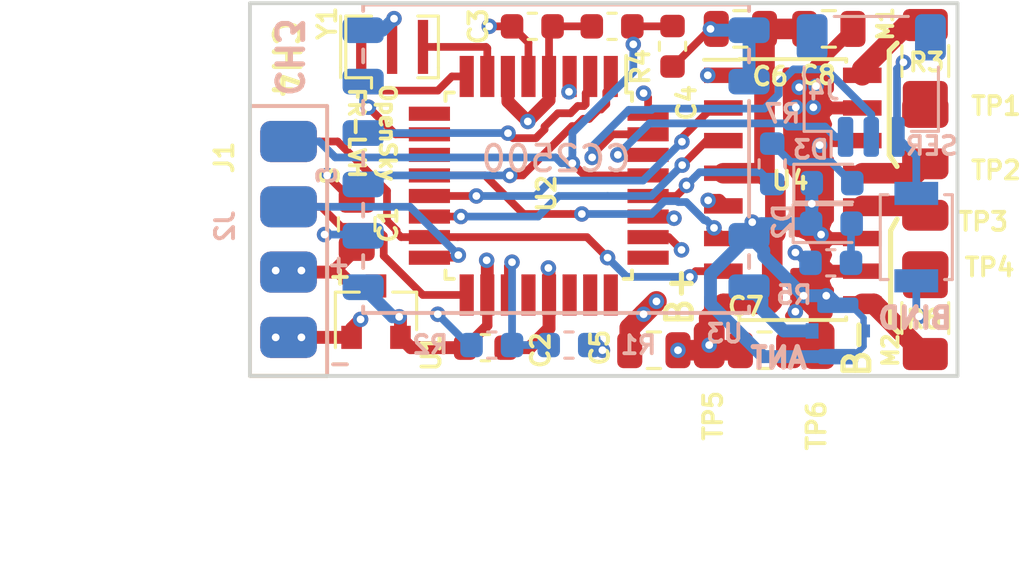
<source format=kicad_pcb>
(kicad_pcb (version 20171130) (host pcbnew "(5.0.2)-1")

  (general
    (thickness 0.8)
    (drawings 29)
    (tracks 396)
    (zones 0)
    (modules 33)
    (nets 32)
  )

  (page A4)
  (layers
    (0 F.Cu signal)
    (1 In1.Cu signal)
    (2 In2.Cu signal hide)
    (31 B.Cu signal)
    (32 B.Adhes user hide)
    (33 F.Adhes user hide)
    (34 B.Paste user hide)
    (35 F.Paste user hide)
    (36 B.SilkS user)
    (37 F.SilkS user)
    (38 B.Mask user)
    (39 F.Mask user)
    (40 Dwgs.User user)
    (41 Cmts.User user)
    (42 Eco1.User user)
    (43 Eco2.User user)
    (44 Edge.Cuts user)
    (45 Margin user)
    (46 B.CrtYd user)
    (47 F.CrtYd user)
    (48 B.Fab user hide)
    (49 F.Fab user hide)
  )

  (setup
    (last_trace_width 0.3)
    (user_trace_width 0.3)
    (user_trace_width 0.4)
    (user_trace_width 0.5)
    (user_trace_width 0.8)
    (user_trace_width 1)
    (trace_clearance 0.2)
    (zone_clearance 0.3)
    (zone_45_only no)
    (trace_min 0.2)
    (segment_width 0.2)
    (edge_width 0.15)
    (via_size 0.6)
    (via_drill 0.3)
    (via_min_size 0.4)
    (via_min_drill 0.3)
    (uvia_size 0.3)
    (uvia_drill 0.1)
    (uvias_allowed no)
    (uvia_min_size 0.2)
    (uvia_min_drill 0.1)
    (pcb_text_width 0.25)
    (pcb_text_size 1 1)
    (mod_edge_width 0.15)
    (mod_text_size 0.7 0.7)
    (mod_text_width 0.15)
    (pad_size 1.524 1.524)
    (pad_drill 0.762)
    (pad_to_mask_clearance 0.051)
    (solder_mask_min_width 0.25)
    (aux_axis_origin 0 0)
    (visible_elements 7FFDFF7F)
    (pcbplotparams
      (layerselection 0x010f0_ffffffff)
      (usegerberextensions false)
      (usegerberattributes false)
      (usegerberadvancedattributes false)
      (creategerberjobfile false)
      (excludeedgelayer true)
      (linewidth 0.100000)
      (plotframeref false)
      (viasonmask false)
      (mode 1)
      (useauxorigin false)
      (hpglpennumber 1)
      (hpglpenspeed 20)
      (hpglpendiameter 15.000000)
      (psnegative false)
      (psa4output false)
      (plotreference true)
      (plotvalue false)
      (plotinvisibletext false)
      (padsonsilk false)
      (subtractmaskfromsilk false)
      (outputformat 1)
      (mirror false)
      (drillshape 0)
      (scaleselection 1)
      (outputdirectory "gerbers_frlvh_V2"))
  )

  (net 0 "")
  (net 1 "Net-(AE1-Pad1)")
  (net 2 GND)
  (net 3 +3V3)
  (net 4 /RST)
  (net 5 "Net-(D2-Pad2)")
  (net 6 "Net-(D3-Pad2)")
  (net 7 /MISO)
  (net 8 /CLK)
  (net 9 /MOSI)
  (net 10 /RX)
  (net 11 /TX)
  (net 12 "Net-(R1-Pad2)")
  (net 13 "Net-(R5-Pad2)")
  (net 14 "Net-(R7-Pad2)")
  (net 15 "Net-(U2-Pad7)")
  (net 16 "Net-(U2-Pad8)")
  (net 17 /CH3)
  (net 18 /CH4)
  (net 19 /BIND)
  (net 20 /CSN)
  (net 21 +BATT)
  (net 22 /PWM4)
  (net 23 "Net-(R3-Pad2)")
  (net 24 "Net-(R3-Pad1)")
  (net 25 "Net-(R6-Pad1)")
  (net 26 "Net-(R6-Pad2)")
  (net 27 "Net-(TP2-Pad1)")
  (net 28 "Net-(TP3-Pad1)")
  (net 29 /PWM2)
  (net 30 /PWM1)
  (net 31 /PWM3)

  (net_class Default "This is the default net class."
    (clearance 0.2)
    (trace_width 0.25)
    (via_dia 0.6)
    (via_drill 0.3)
    (uvia_dia 0.3)
    (uvia_drill 0.1)
    (add_net +3V3)
    (add_net +BATT)
    (add_net /BIND)
    (add_net /CH3)
    (add_net /CH4)
    (add_net /CLK)
    (add_net /CSN)
    (add_net /MISO)
    (add_net /MOSI)
    (add_net /PWM1)
    (add_net /PWM2)
    (add_net /PWM3)
    (add_net /PWM4)
    (add_net /RST)
    (add_net /RX)
    (add_net /TX)
    (add_net GND)
    (add_net "Net-(AE1-Pad1)")
    (add_net "Net-(D2-Pad2)")
    (add_net "Net-(D3-Pad2)")
    (add_net "Net-(R1-Pad2)")
    (add_net "Net-(R3-Pad1)")
    (add_net "Net-(R3-Pad2)")
    (add_net "Net-(R5-Pad2)")
    (add_net "Net-(R6-Pad1)")
    (add_net "Net-(R6-Pad2)")
    (add_net "Net-(R7-Pad2)")
    (add_net "Net-(TP2-Pad1)")
    (add_net "Net-(TP3-Pad1)")
    (add_net "Net-(U2-Pad7)")
    (add_net "Net-(U2-Pad8)")
  )

  (module Package_SO:SOIC-16_3.9x9.9mm_P1.27mm (layer F.Cu) (tedit 5A02F2D3) (tstamp 60760AFF)
    (at 88.1 70.75)
    (descr "16-Lead Plastic Small Outline (SL) - Narrow, 3.90 mm Body [SOIC] (see Microchip Packaging Specification 00000049BS.pdf)")
    (tags "SOIC 1.27")
    (path /60664EE3)
    (attr smd)
    (fp_text reference U4 (at -0.1 -0.35) (layer F.SilkS)
      (effects (font (size 0.7 0.7) (thickness 0.15)))
    )
    (fp_text value MX1508 (at 0 6) (layer F.Fab)
      (effects (font (size 1 1) (thickness 0.15)))
    )
    (fp_text user %R (at 0 0) (layer F.Fab)
      (effects (font (size 0.9 0.9) (thickness 0.135)))
    )
    (fp_line (start -0.95 -4.95) (end 1.95 -4.95) (layer F.Fab) (width 0.15))
    (fp_line (start 1.95 -4.95) (end 1.95 4.95) (layer F.Fab) (width 0.15))
    (fp_line (start 1.95 4.95) (end -1.95 4.95) (layer F.Fab) (width 0.15))
    (fp_line (start -1.95 4.95) (end -1.95 -3.95) (layer F.Fab) (width 0.15))
    (fp_line (start -1.95 -3.95) (end -0.95 -4.95) (layer F.Fab) (width 0.15))
    (fp_line (start -3.7 -5.25) (end -3.7 5.25) (layer F.CrtYd) (width 0.05))
    (fp_line (start 3.7 -5.25) (end 3.7 5.25) (layer F.CrtYd) (width 0.05))
    (fp_line (start -3.7 -5.25) (end 3.7 -5.25) (layer F.CrtYd) (width 0.05))
    (fp_line (start -3.7 5.25) (end 3.7 5.25) (layer F.CrtYd) (width 0.05))
    (fp_line (start -2.075 -5.075) (end -2.075 -5.05) (layer F.SilkS) (width 0.15))
    (fp_line (start 2.075 -5.075) (end 2.075 -4.97) (layer F.SilkS) (width 0.15))
    (fp_line (start 2.075 5.075) (end 2.075 4.97) (layer F.SilkS) (width 0.15))
    (fp_line (start -2.075 5.075) (end -2.075 4.97) (layer F.SilkS) (width 0.15))
    (fp_line (start -2.075 -5.075) (end 2.075 -5.075) (layer F.SilkS) (width 0.15))
    (fp_line (start -2.075 5.075) (end 2.075 5.075) (layer F.SilkS) (width 0.15))
    (fp_line (start -2.075 -5.05) (end -3.45 -5.05) (layer F.SilkS) (width 0.15))
    (pad 1 smd rect (at -2.7 -4.445) (size 1.5 0.6) (layers F.Cu F.Paste F.Mask)
      (net 3 +3V3))
    (pad 2 smd rect (at -2.7 -3.175) (size 1.5 0.6) (layers F.Cu F.Paste F.Mask)
      (net 30 /PWM1))
    (pad 3 smd rect (at -2.7 -1.905) (size 1.5 0.6) (layers F.Cu F.Paste F.Mask)
      (net 29 /PWM2))
    (pad 4 smd rect (at -2.7 -0.635) (size 1.5 0.6) (layers F.Cu F.Paste F.Mask)
      (net 21 +BATT))
    (pad 5 smd rect (at -2.7 0.635) (size 1.5 0.6) (layers F.Cu F.Paste F.Mask)
      (net 3 +3V3))
    (pad 6 smd rect (at -2.7 1.905) (size 1.5 0.6) (layers F.Cu F.Paste F.Mask)
      (net 31 /PWM3))
    (pad 7 smd rect (at -2.7 3.175) (size 1.5 0.6) (layers F.Cu F.Paste F.Mask)
      (net 22 /PWM4))
    (pad 8 smd rect (at -2.7 4.445) (size 1.5 0.6) (layers F.Cu F.Paste F.Mask)
      (net 21 +BATT))
    (pad 9 smd rect (at 2.7 4.445) (size 1.5 0.6) (layers F.Cu F.Paste F.Mask)
      (net 26 "Net-(R6-Pad2)"))
    (pad 10 smd rect (at 2.7 3.175) (size 1.5 0.6) (layers F.Cu F.Paste F.Mask)
      (net 2 GND))
    (pad 11 smd rect (at 2.7 1.905) (size 1.5 0.6) (layers F.Cu F.Paste F.Mask)
      (net 2 GND))
    (pad 12 smd rect (at 2.7 0.635) (size 1.5 0.6) (layers F.Cu F.Paste F.Mask)
      (net 28 "Net-(TP3-Pad1)"))
    (pad 13 smd rect (at 2.7 -0.635) (size 1.5 0.6) (layers F.Cu F.Paste F.Mask)
      (net 27 "Net-(TP2-Pad1)"))
    (pad 14 smd rect (at 2.7 -1.905) (size 1.5 0.6) (layers F.Cu F.Paste F.Mask)
      (net 2 GND))
    (pad 15 smd rect (at 2.7 -3.175) (size 1.5 0.6) (layers F.Cu F.Paste F.Mask)
      (net 2 GND))
    (pad 16 smd rect (at 2.7 -4.445) (size 1.5 0.6) (layers F.Cu F.Paste F.Mask)
      (net 23 "Net-(R3-Pad2)"))
    (model ${KISYS3DMOD}/Package_SO.3dshapes/SOIC-16_3.9x9.9mm_P1.27mm.wrl
      (at (xyz 0 0 0))
      (scale (xyz 1 1 1))
      (rotate (xyz 0 0 0))
    )
  )

  (module Resistor_SMD:R_0603_1608Metric (layer F.Cu) (tedit 60658834) (tstamp 5FBA6AD1)
    (at 81.075 64.4)
    (descr "Resistor SMD 0603 (1608 Metric), square (rectangular) end terminal, IPC_7351 nominal, (Body size source: http://www.tortai-tech.com/upload/download/2011102023233369053.pdf), generated with kicad-footprint-generator")
    (tags resistor)
    (path /5FB284FB)
    (attr smd)
    (fp_text reference R4 (at 1.1 1.575 90) (layer F.SilkS)
      (effects (font (size 0.7 0.7) (thickness 0.15)))
    )
    (fp_text value 1K_0603 (at 0 1.43) (layer F.Fab)
      (effects (font (size 1 1) (thickness 0.15)))
    )
    (fp_line (start -0.8 0.4) (end -0.8 -0.4) (layer F.Fab) (width 0.1))
    (fp_line (start -0.8 -0.4) (end 0.8 -0.4) (layer F.Fab) (width 0.1))
    (fp_line (start 0.8 -0.4) (end 0.8 0.4) (layer F.Fab) (width 0.1))
    (fp_line (start 0.8 0.4) (end -0.8 0.4) (layer F.Fab) (width 0.1))
    (fp_line (start -0.162779 -0.51) (end 0.162779 -0.51) (layer F.SilkS) (width 0.12))
    (fp_line (start -0.162779 0.51) (end 0.162779 0.51) (layer F.SilkS) (width 0.12))
    (fp_line (start -1.48 0.73) (end -1.48 -0.73) (layer F.CrtYd) (width 0.05))
    (fp_line (start -1.48 -0.73) (end 1.48 -0.73) (layer F.CrtYd) (width 0.05))
    (fp_line (start 1.48 -0.73) (end 1.48 0.73) (layer F.CrtYd) (width 0.05))
    (fp_line (start 1.48 0.73) (end -1.48 0.73) (layer F.CrtYd) (width 0.05))
    (fp_text user %R (at 0 0) (layer F.Fab)
      (effects (font (size 0.4 0.4) (thickness 0.06)))
    )
    (pad 1 smd roundrect (at -0.7875 0) (size 0.875 0.95) (layers F.Cu F.Paste F.Mask) (roundrect_rratio 0.25)
      (net 3 +3V3))
    (pad 2 smd roundrect (at 0.7875 0) (size 0.875 0.95) (layers F.Cu F.Paste F.Mask) (roundrect_rratio 0.25)
      (net 4 /RST))
    (model ${KISYS3DMOD}/Resistor_SMD.3dshapes/R_0603_1608Metric.wrl
      (at (xyz 0 0 0))
      (scale (xyz 1 1 1))
      (rotate (xyz 0 0 0))
    )
  )

  (module Package_TO_SOT_SMD:SOT-23 (layer F.Cu) (tedit 60658743) (tstamp 5FBA6B41)
    (at 71.9 75.5 90)
    (descr "SOT-23, Standard")
    (tags SOT-23)
    (path /5FA7EA75)
    (attr smd)
    (fp_text reference U1 (at -1.6 2.15 270) (layer F.SilkS)
      (effects (font (size 0.7 0.7) (thickness 0.15)))
    )
    (fp_text value MCP1700 (at 0 2.5 90) (layer F.Fab)
      (effects (font (size 1 1) (thickness 0.15)))
    )
    (fp_text user %R (at 0 0 -180) (layer F.Fab)
      (effects (font (size 0.5 0.5) (thickness 0.075)))
    )
    (fp_line (start -0.7 -0.95) (end -0.7 1.5) (layer F.Fab) (width 0.1))
    (fp_line (start -0.15 -1.52) (end 0.7 -1.52) (layer F.Fab) (width 0.1))
    (fp_line (start -0.7 -0.95) (end -0.15 -1.52) (layer F.Fab) (width 0.1))
    (fp_line (start 0.7 -1.52) (end 0.7 1.52) (layer F.Fab) (width 0.1))
    (fp_line (start -0.7 1.52) (end 0.7 1.52) (layer F.Fab) (width 0.1))
    (fp_line (start 0.76 1.58) (end 0.76 0.65) (layer F.SilkS) (width 0.12))
    (fp_line (start 0.76 -1.58) (end 0.76 -0.65) (layer F.SilkS) (width 0.12))
    (fp_line (start -1.7 -1.75) (end 1.7 -1.75) (layer F.CrtYd) (width 0.05))
    (fp_line (start 1.7 -1.75) (end 1.7 1.75) (layer F.CrtYd) (width 0.05))
    (fp_line (start 1.7 1.75) (end -1.7 1.75) (layer F.CrtYd) (width 0.05))
    (fp_line (start -1.7 1.75) (end -1.7 -1.75) (layer F.CrtYd) (width 0.05))
    (fp_line (start 0.76 -1.58) (end -1.4 -1.58) (layer F.SilkS) (width 0.12))
    (fp_line (start 0.76 1.58) (end -0.7 1.58) (layer F.SilkS) (width 0.12))
    (pad 1 smd rect (at -1 -0.95 90) (size 0.9 0.8) (layers F.Cu F.Paste F.Mask)
      (net 2 GND))
    (pad 2 smd rect (at -1 0.95 90) (size 0.9 0.8) (layers F.Cu F.Paste F.Mask)
      (net 3 +3V3))
    (pad 3 smd rect (at 1 0 90) (size 0.9 0.8) (layers F.Cu F.Paste F.Mask)
      (net 21 +BATT))
    (model ${KISYS3DMOD}/Package_TO_SOT_SMD.3dshapes/SOT-23.wrl
      (at (xyz 0 0 0))
      (scale (xyz 1 1 1))
      (rotate (xyz 0 0 0))
    )
  )

  (module FRMod:CC2500_MOD6 (layer B.Cu) (tedit 5FA95295) (tstamp 608048C9)
    (at 78.9 69.55)
    (path /5FA7E5CB)
    (fp_text reference U3 (at 6.55 6.8) (layer B.SilkS)
      (effects (font (size 0.7 0.7) (thickness 0.15)) (justify mirror))
    )
    (fp_text value CC2500_MOD6 (at 3.5 7) (layer B.Fab)
      (effects (font (size 1 1) (thickness 0.15)) (justify mirror))
    )
    (fp_line (start -7.5 6) (end 7.5 6) (layer B.SilkS) (width 0.15))
    (fp_line (start 7.5 -6) (end -7.5 -6) (layer B.SilkS) (width 0.15))
    (fp_text user CC2500 (at 0 0) (layer B.SilkS)
      (effects (font (size 1 1) (thickness 0.15)) (justify mirror))
    )
    (fp_line (start 7.5 4.25) (end 7.5 3.75) (layer B.SilkS) (width 0.15))
    (fp_line (start 7.5 5.75) (end 7.5 6) (layer B.SilkS) (width 0.15))
    (fp_line (start 7.5 2.25) (end 7.5 -2.25) (layer B.SilkS) (width 0.15))
    (fp_line (start 7.5 -3.75) (end 7.5 -4.25) (layer B.SilkS) (width 0.15))
    (fp_line (start 7.5 -6) (end 7.5 -5.75) (layer B.SilkS) (width 0.15))
    (fp_line (start -7.5 -6) (end -7.5 -5.75) (layer B.SilkS) (width 0.15))
    (fp_line (start -7.5 -4.25) (end -7.5 -3.75) (layer B.SilkS) (width 0.15))
    (fp_line (start -7.5 -0.25) (end -7.5 0.25) (layer B.SilkS) (width 0.15))
    (fp_line (start -7.5 1.75) (end -7.5 2.25) (layer B.SilkS) (width 0.15))
    (fp_line (start -7.5 -1.75) (end -7.5 -2.25) (layer B.SilkS) (width 0.15))
    (fp_line (start -7.5 3.75) (end -7.5 4.25) (layer B.SilkS) (width 0.15))
    (fp_line (start -7.5 5.75) (end -7.5 6) (layer B.SilkS) (width 0.15))
    (pad 1 smd roundrect (at -7.5 5) (size 1.6 1) (layers B.Cu B.Paste B.Mask) (roundrect_rratio 0.25)
      (net 3 +3V3))
    (pad 2 smd roundrect (at -7.5 3) (size 1.6 1) (layers B.Cu B.Paste B.Mask) (roundrect_rratio 0.25)
      (net 9 /MOSI))
    (pad 3 smd roundrect (at -7.5 1) (size 1.6 1) (layers B.Cu B.Paste B.Mask) (roundrect_rratio 0.25)
      (net 8 /CLK))
    (pad 4 smd roundrect (at -7.5 -1) (size 1.6 1) (layers B.Cu B.Paste B.Mask) (roundrect_rratio 0.25)
      (net 7 /MISO))
    (pad 5 smd roundrect (at -7.5 -3) (size 1.6 1) (layers B.Cu B.Paste B.Mask) (roundrect_rratio 0.25)
      (net 20 /CSN))
    (pad 6 smd roundrect (at -7.5 -5) (size 1.6 1) (layers B.Cu B.Paste B.Mask) (roundrect_rratio 0.25)
      (net 2 GND))
    (pad 7 smd roundrect (at 7.5 -5) (size 1.6 1) (layers B.Cu B.Paste B.Mask) (roundrect_rratio 0.25)
      (net 2 GND))
    (pad 8 smd roundrect (at 7.5 -3) (size 1.6 1) (layers B.Cu B.Paste B.Mask) (roundrect_rratio 0.25)
      (net 2 GND))
    (pad 9 smd roundrect (at 7.5 3) (size 1.6 1) (layers B.Cu B.Paste B.Mask) (roundrect_rratio 0.25)
      (net 2 GND))
    (pad 10 smd roundrect (at 7.5 5) (size 1.6 1) (layers B.Cu B.Paste B.Mask) (roundrect_rratio 0.25)
      (net 1 "Net-(AE1-Pad1)"))
  )

  (module Connector_JST:JST_SH_SM03B-SRSS-TB_1x03-1MP_P1.00mm_Horizontal (layer B.Cu) (tedit 5B78AD87) (tstamp 608048AC)
    (at 91.15 66.7)
    (descr "JST SH series connector, SM03B-SRSS-TB (http://www.jst-mfg.com/product/pdf/eng/eSH.pdf), generated with kicad-footprint-generator")
    (tags "connector JST SH top entry")
    (path /5FA7E677)
    (attr smd)
    (fp_text reference J4 (at -1.85 0.2) (layer B.SilkS)
      (effects (font (size 0.7 0.7) (thickness 0.15)) (justify mirror))
    )
    (fp_text value JST1.0 (at 0 -3.98) (layer B.Fab)
      (effects (font (size 1 1) (thickness 0.15)) (justify mirror))
    )
    (fp_line (start -2.5 1.675) (end 2.5 1.675) (layer B.Fab) (width 0.1))
    (fp_line (start -2.61 -0.715) (end -2.61 1.785) (layer B.SilkS) (width 0.12))
    (fp_line (start -2.61 1.785) (end -1.56 1.785) (layer B.SilkS) (width 0.12))
    (fp_line (start -1.56 1.785) (end -1.56 2.775) (layer B.SilkS) (width 0.12))
    (fp_line (start 2.61 -0.715) (end 2.61 1.785) (layer B.SilkS) (width 0.12))
    (fp_line (start 2.61 1.785) (end 1.56 1.785) (layer B.SilkS) (width 0.12))
    (fp_line (start -1.44 -2.685) (end 1.44 -2.685) (layer B.SilkS) (width 0.12))
    (fp_line (start -2.5 -2.575) (end 2.5 -2.575) (layer B.Fab) (width 0.1))
    (fp_line (start -2.5 1.675) (end -2.5 -2.575) (layer B.Fab) (width 0.1))
    (fp_line (start 2.5 1.675) (end 2.5 -2.575) (layer B.Fab) (width 0.1))
    (fp_line (start -3.4 3.28) (end -3.4 -3.28) (layer B.CrtYd) (width 0.05))
    (fp_line (start -3.4 -3.28) (end 3.4 -3.28) (layer B.CrtYd) (width 0.05))
    (fp_line (start 3.4 -3.28) (end 3.4 3.28) (layer B.CrtYd) (width 0.05))
    (fp_line (start 3.4 3.28) (end -3.4 3.28) (layer B.CrtYd) (width 0.05))
    (fp_line (start -1.5 1.675) (end -1 0.967893) (layer B.Fab) (width 0.1))
    (fp_line (start -1 0.967893) (end -0.5 1.675) (layer B.Fab) (width 0.1))
    (fp_text user %R (at 0 0) (layer B.Fab)
      (effects (font (size 1 1) (thickness 0.15)) (justify mirror))
    )
    (pad 1 smd roundrect (at -1 2) (size 0.6 1.55) (layers B.Cu B.Paste B.Mask) (roundrect_rratio 0.25)
      (net 10 /RX))
    (pad 2 smd roundrect (at 0 2) (size 0.6 1.55) (layers B.Cu B.Paste B.Mask) (roundrect_rratio 0.25)
      (net 11 /TX))
    (pad 3 smd roundrect (at 1 2) (size 0.6 1.55) (layers B.Cu B.Paste B.Mask) (roundrect_rratio 0.25)
      (net 2 GND))
    (pad MP smd roundrect (at -2.3 -1.875) (size 1.2 1.8) (layers B.Cu B.Paste B.Mask) (roundrect_rratio 0.208333))
    (pad MP smd roundrect (at 2.3 -1.875) (size 1.2 1.8) (layers B.Cu B.Paste B.Mask) (roundrect_rratio 0.208333))
    (model ${KISYS3DMOD}/Connector_JST.3dshapes/JST_SH_SM03B-SRSS-TB_1x03-1MP_P1.00mm_Horizontal.wrl
      (at (xyz 0 0 0))
      (scale (xyz 1 1 1))
      (rotate (xyz 0 0 0))
    )
  )

  (module Resistor_SMD:R_0603_1608Metric (layer B.Cu) (tedit 5B301BBD) (tstamp 6076456E)
    (at 76.4 76.8 180)
    (descr "Resistor SMD 0603 (1608 Metric), square (rectangular) end terminal, IPC_7351 nominal, (Body size source: http://www.tortai-tech.com/upload/download/2011102023233369053.pdf), generated with kicad-footprint-generator")
    (tags resistor)
    (path /5FA82C74)
    (attr smd)
    (fp_text reference R2 (at 2.39 0.01 180) (layer B.SilkS)
      (effects (font (size 0.7 0.7) (thickness 0.15)) (justify mirror))
    )
    (fp_text value 5K_0603 (at 0 -1.43 180) (layer B.Fab)
      (effects (font (size 1 1) (thickness 0.15)) (justify mirror))
    )
    (fp_text user %R (at 0 0 180) (layer B.Fab)
      (effects (font (size 0.4 0.4) (thickness 0.06)) (justify mirror))
    )
    (fp_line (start 1.48 -0.73) (end -1.48 -0.73) (layer B.CrtYd) (width 0.05))
    (fp_line (start 1.48 0.73) (end 1.48 -0.73) (layer B.CrtYd) (width 0.05))
    (fp_line (start -1.48 0.73) (end 1.48 0.73) (layer B.CrtYd) (width 0.05))
    (fp_line (start -1.48 -0.73) (end -1.48 0.73) (layer B.CrtYd) (width 0.05))
    (fp_line (start -0.162779 -0.51) (end 0.162779 -0.51) (layer B.SilkS) (width 0.12))
    (fp_line (start -0.162779 0.51) (end 0.162779 0.51) (layer B.SilkS) (width 0.12))
    (fp_line (start 0.8 -0.4) (end -0.8 -0.4) (layer B.Fab) (width 0.1))
    (fp_line (start 0.8 0.4) (end 0.8 -0.4) (layer B.Fab) (width 0.1))
    (fp_line (start -0.8 0.4) (end 0.8 0.4) (layer B.Fab) (width 0.1))
    (fp_line (start -0.8 -0.4) (end -0.8 0.4) (layer B.Fab) (width 0.1))
    (pad 2 smd roundrect (at 0.7875 0 180) (size 0.875 0.95) (layers B.Cu B.Paste B.Mask) (roundrect_rratio 0.25)
      (net 2 GND))
    (pad 1 smd roundrect (at -0.7875 0 180) (size 0.875 0.95) (layers B.Cu B.Paste B.Mask) (roundrect_rratio 0.25)
      (net 12 "Net-(R1-Pad2)"))
    (model ${KISYS3DMOD}/Resistor_SMD.3dshapes/R_0603_1608Metric.wrl
      (at (xyz 0 0 0))
      (scale (xyz 1 1 1))
      (rotate (xyz 0 0 0))
    )
  )

  (module Capacitor_SMD:C_0805_2012Metric (layer F.Cu) (tedit 60658752) (tstamp 607FEDE6)
    (at 71.15 72.1 90)
    (descr "Capacitor SMD 0805 (2012 Metric), square (rectangular) end terminal, IPC_7351 nominal, (Body size source: https://docs.google.com/spreadsheets/d/1BsfQQcO9C6DZCsRaXUlFlo91Tg2WpOkGARC1WS5S8t0/edit?usp=sharing), generated with kicad-footprint-generator")
    (tags capacitor)
    (path /5FA8477E)
    (attr smd)
    (fp_text reference C1 (at -0.025 1.225 270) (layer F.SilkS)
      (effects (font (size 0.7 0.7) (thickness 0.15)))
    )
    (fp_text value 4u7_0805_16V (at 0 1.65 90) (layer F.Fab)
      (effects (font (size 1 1) (thickness 0.15)))
    )
    (fp_line (start -1 0.6) (end -1 -0.6) (layer F.Fab) (width 0.1))
    (fp_line (start -1 -0.6) (end 1 -0.6) (layer F.Fab) (width 0.1))
    (fp_line (start 1 -0.6) (end 1 0.6) (layer F.Fab) (width 0.1))
    (fp_line (start 1 0.6) (end -1 0.6) (layer F.Fab) (width 0.1))
    (fp_line (start -0.258578 -0.71) (end 0.258578 -0.71) (layer F.SilkS) (width 0.12))
    (fp_line (start -0.258578 0.71) (end 0.258578 0.71) (layer F.SilkS) (width 0.12))
    (fp_line (start -1.68 0.95) (end -1.68 -0.95) (layer F.CrtYd) (width 0.05))
    (fp_line (start -1.68 -0.95) (end 1.68 -0.95) (layer F.CrtYd) (width 0.05))
    (fp_line (start 1.68 -0.95) (end 1.68 0.95) (layer F.CrtYd) (width 0.05))
    (fp_line (start 1.68 0.95) (end -1.68 0.95) (layer F.CrtYd) (width 0.05))
    (fp_text user %R (at 0 0 90) (layer F.Fab)
      (effects (font (size 0.5 0.5) (thickness 0.08)))
    )
    (pad 1 smd roundrect (at -0.9375 0 90) (size 0.975 1.4) (layers F.Cu F.Paste F.Mask) (roundrect_rratio 0.25)
      (net 21 +BATT))
    (pad 2 smd roundrect (at 0.9375 0 90) (size 0.975 1.4) (layers F.Cu F.Paste F.Mask) (roundrect_rratio 0.25)
      (net 2 GND))
    (model ${KISYS3DMOD}/Capacitor_SMD.3dshapes/C_0805_2012Metric.wrl
      (at (xyz 0 0 0))
      (scale (xyz 1 1 1))
      (rotate (xyz 0 0 0))
    )
  )

  (module Capacitor_SMD:C_0603_1608Metric (layer F.Cu) (tedit 60658763) (tstamp 5FBA69FB)
    (at 76.15 76.9)
    (descr "Capacitor SMD 0603 (1608 Metric), square (rectangular) end terminal, IPC_7351 nominal, (Body size source: http://www.tortai-tech.com/upload/download/2011102023233369053.pdf), generated with kicad-footprint-generator")
    (tags capacitor)
    (path /5FA8226C)
    (attr smd)
    (fp_text reference C2 (at 2.15 0.1 90) (layer F.SilkS)
      (effects (font (size 0.7 0.7) (thickness 0.15)))
    )
    (fp_text value 22u_0603 (at 0 1.43) (layer F.Fab)
      (effects (font (size 1 1) (thickness 0.15)))
    )
    (fp_line (start -0.8 0.4) (end -0.8 -0.4) (layer F.Fab) (width 0.1))
    (fp_line (start -0.8 -0.4) (end 0.8 -0.4) (layer F.Fab) (width 0.1))
    (fp_line (start 0.8 -0.4) (end 0.8 0.4) (layer F.Fab) (width 0.1))
    (fp_line (start 0.8 0.4) (end -0.8 0.4) (layer F.Fab) (width 0.1))
    (fp_line (start -0.162779 -0.51) (end 0.162779 -0.51) (layer F.SilkS) (width 0.12))
    (fp_line (start -0.162779 0.51) (end 0.162779 0.51) (layer F.SilkS) (width 0.12))
    (fp_line (start -1.48 0.73) (end -1.48 -0.73) (layer F.CrtYd) (width 0.05))
    (fp_line (start -1.48 -0.73) (end 1.48 -0.73) (layer F.CrtYd) (width 0.05))
    (fp_line (start 1.48 -0.73) (end 1.48 0.73) (layer F.CrtYd) (width 0.05))
    (fp_line (start 1.48 0.73) (end -1.48 0.73) (layer F.CrtYd) (width 0.05))
    (fp_text user %R (at 0 0) (layer F.Fab)
      (effects (font (size 0.4 0.4) (thickness 0.06)))
    )
    (pad 1 smd roundrect (at -0.7875 0) (size 0.875 0.95) (layers F.Cu F.Paste F.Mask) (roundrect_rratio 0.25)
      (net 3 +3V3))
    (pad 2 smd roundrect (at 0.7875 0) (size 0.875 0.95) (layers F.Cu F.Paste F.Mask) (roundrect_rratio 0.25)
      (net 2 GND))
    (model ${KISYS3DMOD}/Capacitor_SMD.3dshapes/C_0603_1608Metric.wrl
      (at (xyz 0 0 0))
      (scale (xyz 1 1 1))
      (rotate (xyz 0 0 0))
    )
  )

  (module Capacitor_SMD:C_0603_1608Metric (layer F.Cu) (tedit 5B301BBE) (tstamp 5FBA6A1D)
    (at 83.425 65.175 270)
    (descr "Capacitor SMD 0603 (1608 Metric), square (rectangular) end terminal, IPC_7351 nominal, (Body size source: http://www.tortai-tech.com/upload/download/2011102023233369053.pdf), generated with kicad-footprint-generator")
    (tags capacitor)
    (path /5FB20825)
    (attr smd)
    (fp_text reference C4 (at 2.2 -0.55 270) (layer F.SilkS)
      (effects (font (size 0.7 0.7) (thickness 0.15)))
    )
    (fp_text value dns_0603 (at 0 1.43 270) (layer F.Fab)
      (effects (font (size 1 1) (thickness 0.15)))
    )
    (fp_line (start -0.8 0.4) (end -0.8 -0.4) (layer F.Fab) (width 0.1))
    (fp_line (start -0.8 -0.4) (end 0.8 -0.4) (layer F.Fab) (width 0.1))
    (fp_line (start 0.8 -0.4) (end 0.8 0.4) (layer F.Fab) (width 0.1))
    (fp_line (start 0.8 0.4) (end -0.8 0.4) (layer F.Fab) (width 0.1))
    (fp_line (start -0.162779 -0.51) (end 0.162779 -0.51) (layer F.SilkS) (width 0.12))
    (fp_line (start -0.162779 0.51) (end 0.162779 0.51) (layer F.SilkS) (width 0.12))
    (fp_line (start -1.48 0.73) (end -1.48 -0.73) (layer F.CrtYd) (width 0.05))
    (fp_line (start -1.48 -0.73) (end 1.48 -0.73) (layer F.CrtYd) (width 0.05))
    (fp_line (start 1.48 -0.73) (end 1.48 0.73) (layer F.CrtYd) (width 0.05))
    (fp_line (start 1.48 0.73) (end -1.48 0.73) (layer F.CrtYd) (width 0.05))
    (fp_text user %R (at 0 0 270) (layer F.Fab)
      (effects (font (size 0.4 0.4) (thickness 0.06)))
    )
    (pad 1 smd roundrect (at -0.7875 0 270) (size 0.875 0.95) (layers F.Cu F.Paste F.Mask) (roundrect_rratio 0.25)
      (net 4 /RST))
    (pad 2 smd roundrect (at 0.7875 0 270) (size 0.875 0.95) (layers F.Cu F.Paste F.Mask) (roundrect_rratio 0.25)
      (net 2 GND))
    (model ${KISYS3DMOD}/Capacitor_SMD.3dshapes/C_0603_1608Metric.wrl
      (at (xyz 0 0 0))
      (scale (xyz 1 1 1))
      (rotate (xyz 0 0 0))
    )
  )

  (module LED_SMD:LED_0603_1608Metric (layer B.Cu) (tedit 5FAD0F2B) (tstamp 5FBA7F8E)
    (at 89.6 72.075)
    (descr "LED SMD 0603 (1608 Metric), square (rectangular) end terminal, IPC_7351 nominal, (Body size source: http://www.tortai-tech.com/upload/download/2011102023233369053.pdf), generated with kicad-footprint-generator")
    (tags diode)
    (path /5FAE19BE)
    (attr smd)
    (fp_text reference D2 (at -1.9 -0.075 90) (layer B.SilkS)
      (effects (font (size 0.7 0.7) (thickness 0.15)) (justify mirror))
    )
    (fp_text value GREEN (at 0 -1.43) (layer B.Fab)
      (effects (font (size 1 1) (thickness 0.15)) (justify mirror))
    )
    (fp_text user %R (at 0 0) (layer B.Fab)
      (effects (font (size 0.4 0.4) (thickness 0.06)) (justify mirror))
    )
    (fp_line (start 1.48 -0.73) (end -1.48 -0.73) (layer B.CrtYd) (width 0.05))
    (fp_line (start 1.48 0.73) (end 1.48 -0.73) (layer B.CrtYd) (width 0.05))
    (fp_line (start -1.48 0.73) (end 1.48 0.73) (layer B.CrtYd) (width 0.05))
    (fp_line (start -1.48 -0.73) (end -1.48 0.73) (layer B.CrtYd) (width 0.05))
    (fp_line (start -1.485 -0.735) (end 0.8 -0.735) (layer B.SilkS) (width 0.12))
    (fp_line (start -1.485 0.735) (end -1.485 -0.735) (layer B.SilkS) (width 0.12))
    (fp_line (start 0.8 0.735) (end -1.485 0.735) (layer B.SilkS) (width 0.12))
    (fp_line (start 0.8 -0.4) (end 0.8 0.4) (layer B.Fab) (width 0.1))
    (fp_line (start -0.8 -0.4) (end 0.8 -0.4) (layer B.Fab) (width 0.1))
    (fp_line (start -0.8 0.1) (end -0.8 -0.4) (layer B.Fab) (width 0.1))
    (fp_line (start -0.5 0.4) (end -0.8 0.1) (layer B.Fab) (width 0.1))
    (fp_line (start 0.8 0.4) (end -0.5 0.4) (layer B.Fab) (width 0.1))
    (pad 2 smd roundrect (at 0.7875 0) (size 0.875 0.95) (layers B.Cu B.Paste B.Mask) (roundrect_rratio 0.25)
      (net 5 "Net-(D2-Pad2)"))
    (pad 1 smd roundrect (at -0.7875 0) (size 0.875 0.95) (layers B.Cu B.Paste B.Mask) (roundrect_rratio 0.25)
      (net 2 GND))
    (model ${KISYS3DMOD}/LED_SMD.3dshapes/LED_0603_1608Metric.wrl
      (at (xyz 0 0 0))
      (scale (xyz 1 1 1))
      (rotate (xyz 0 0 0))
    )
  )

  (module LED_SMD:LED_0603_1608Metric (layer B.Cu) (tedit 5FAD0F1F) (tstamp 5FBA8093)
    (at 89.625 70.5)
    (descr "LED SMD 0603 (1608 Metric), square (rectangular) end terminal, IPC_7351 nominal, (Body size source: http://www.tortai-tech.com/upload/download/2011102023233369053.pdf), generated with kicad-footprint-generator")
    (tags diode)
    (path /5FAE42CA)
    (attr smd)
    (fp_text reference D3 (at -0.825 -1.3 -180) (layer B.SilkS)
      (effects (font (size 0.7 0.7) (thickness 0.15)) (justify mirror))
    )
    (fp_text value RED (at 0 -1.43) (layer B.Fab)
      (effects (font (size 1 1) (thickness 0.15)) (justify mirror))
    )
    (fp_line (start 0.8 0.4) (end -0.5 0.4) (layer B.Fab) (width 0.1))
    (fp_line (start -0.5 0.4) (end -0.8 0.1) (layer B.Fab) (width 0.1))
    (fp_line (start -0.8 0.1) (end -0.8 -0.4) (layer B.Fab) (width 0.1))
    (fp_line (start -0.8 -0.4) (end 0.8 -0.4) (layer B.Fab) (width 0.1))
    (fp_line (start 0.8 -0.4) (end 0.8 0.4) (layer B.Fab) (width 0.1))
    (fp_line (start 0.8 0.735) (end -1.485 0.735) (layer B.SilkS) (width 0.12))
    (fp_line (start -1.485 0.735) (end -1.485 -0.735) (layer B.SilkS) (width 0.12))
    (fp_line (start -1.485 -0.735) (end 0.8 -0.735) (layer B.SilkS) (width 0.12))
    (fp_line (start -1.48 -0.73) (end -1.48 0.73) (layer B.CrtYd) (width 0.05))
    (fp_line (start -1.48 0.73) (end 1.48 0.73) (layer B.CrtYd) (width 0.05))
    (fp_line (start 1.48 0.73) (end 1.48 -0.73) (layer B.CrtYd) (width 0.05))
    (fp_line (start 1.48 -0.73) (end -1.48 -0.73) (layer B.CrtYd) (width 0.05))
    (fp_text user %R (at 0 0) (layer B.Fab)
      (effects (font (size 0.4 0.4) (thickness 0.06)) (justify mirror))
    )
    (pad 1 smd roundrect (at -0.7875 0) (size 0.875 0.95) (layers B.Cu B.Paste B.Mask) (roundrect_rratio 0.25)
      (net 2 GND))
    (pad 2 smd roundrect (at 0.7875 0) (size 0.875 0.95) (layers B.Cu B.Paste B.Mask) (roundrect_rratio 0.25)
      (net 6 "Net-(D3-Pad2)"))
    (model ${KISYS3DMOD}/LED_SMD.3dshapes/LED_0603_1608Metric.wrl
      (at (xyz 0 0 0))
      (scale (xyz 1 1 1))
      (rotate (xyz 0 0 0))
    )
  )

  (module Resistor_SMD:R_0603_1608Metric (layer B.Cu) (tedit 5B301BBD) (tstamp 6076459E)
    (at 79.4 76.8 180)
    (descr "Resistor SMD 0603 (1608 Metric), square (rectangular) end terminal, IPC_7351 nominal, (Body size source: http://www.tortai-tech.com/upload/download/2011102023233369053.pdf), generated with kicad-footprint-generator")
    (tags resistor)
    (path /5FA82B98)
    (attr smd)
    (fp_text reference R1 (at -2.7 0 180) (layer B.SilkS)
      (effects (font (size 0.7 0.7) (thickness 0.15)) (justify mirror))
    )
    (fp_text value 22K_0603 (at 0 -1.43 180) (layer B.Fab)
      (effects (font (size 1 1) (thickness 0.15)) (justify mirror))
    )
    (fp_line (start -0.8 -0.4) (end -0.8 0.4) (layer B.Fab) (width 0.1))
    (fp_line (start -0.8 0.4) (end 0.8 0.4) (layer B.Fab) (width 0.1))
    (fp_line (start 0.8 0.4) (end 0.8 -0.4) (layer B.Fab) (width 0.1))
    (fp_line (start 0.8 -0.4) (end -0.8 -0.4) (layer B.Fab) (width 0.1))
    (fp_line (start -0.162779 0.51) (end 0.162779 0.51) (layer B.SilkS) (width 0.12))
    (fp_line (start -0.162779 -0.51) (end 0.162779 -0.51) (layer B.SilkS) (width 0.12))
    (fp_line (start -1.48 -0.73) (end -1.48 0.73) (layer B.CrtYd) (width 0.05))
    (fp_line (start -1.48 0.73) (end 1.48 0.73) (layer B.CrtYd) (width 0.05))
    (fp_line (start 1.48 0.73) (end 1.48 -0.73) (layer B.CrtYd) (width 0.05))
    (fp_line (start 1.48 -0.73) (end -1.48 -0.73) (layer B.CrtYd) (width 0.05))
    (fp_text user %R (at 0 0 180) (layer B.Fab)
      (effects (font (size 0.4 0.4) (thickness 0.06)) (justify mirror))
    )
    (pad 1 smd roundrect (at -0.7875 0 180) (size 0.875 0.95) (layers B.Cu B.Paste B.Mask) (roundrect_rratio 0.25)
      (net 21 +BATT))
    (pad 2 smd roundrect (at 0.7875 0 180) (size 0.875 0.95) (layers B.Cu B.Paste B.Mask) (roundrect_rratio 0.25)
      (net 12 "Net-(R1-Pad2)"))
    (model ${KISYS3DMOD}/Resistor_SMD.3dshapes/R_0603_1608Metric.wrl
      (at (xyz 0 0 0))
      (scale (xyz 1 1 1))
      (rotate (xyz 0 0 0))
    )
  )

  (module Resistor_SMD:R_0603_1608Metric (layer B.Cu) (tedit 5FAD0F37) (tstamp 5FBA6AE2)
    (at 89.575 73.6 180)
    (descr "Resistor SMD 0603 (1608 Metric), square (rectangular) end terminal, IPC_7351 nominal, (Body size source: http://www.tortai-tech.com/upload/download/2011102023233369053.pdf), generated with kicad-footprint-generator")
    (tags resistor)
    (path /5FADF021)
    (attr smd)
    (fp_text reference R5 (at 1.425 -1.25 180) (layer B.SilkS)
      (effects (font (size 0.7 0.7) (thickness 0.15)) (justify mirror))
    )
    (fp_text value 1K_0603 (at 0 -1.43 180) (layer B.Fab)
      (effects (font (size 1 1) (thickness 0.15)) (justify mirror))
    )
    (fp_text user %R (at 0 0 180) (layer B.Fab)
      (effects (font (size 0.4 0.4) (thickness 0.06)) (justify mirror))
    )
    (fp_line (start 1.48 -0.73) (end -1.48 -0.73) (layer B.CrtYd) (width 0.05))
    (fp_line (start 1.48 0.73) (end 1.48 -0.73) (layer B.CrtYd) (width 0.05))
    (fp_line (start -1.48 0.73) (end 1.48 0.73) (layer B.CrtYd) (width 0.05))
    (fp_line (start -1.48 -0.73) (end -1.48 0.73) (layer B.CrtYd) (width 0.05))
    (fp_line (start -0.162779 -0.51) (end 0.162779 -0.51) (layer B.SilkS) (width 0.12))
    (fp_line (start -0.162779 0.51) (end 0.162779 0.51) (layer B.SilkS) (width 0.12))
    (fp_line (start 0.8 -0.4) (end -0.8 -0.4) (layer B.Fab) (width 0.1))
    (fp_line (start 0.8 0.4) (end 0.8 -0.4) (layer B.Fab) (width 0.1))
    (fp_line (start -0.8 0.4) (end 0.8 0.4) (layer B.Fab) (width 0.1))
    (fp_line (start -0.8 -0.4) (end -0.8 0.4) (layer B.Fab) (width 0.1))
    (pad 2 smd roundrect (at 0.7875 0 180) (size 0.875 0.95) (layers B.Cu B.Paste B.Mask) (roundrect_rratio 0.25)
      (net 13 "Net-(R5-Pad2)"))
    (pad 1 smd roundrect (at -0.7875 0 180) (size 0.875 0.95) (layers B.Cu B.Paste B.Mask) (roundrect_rratio 0.25)
      (net 5 "Net-(D2-Pad2)"))
    (model ${KISYS3DMOD}/Resistor_SMD.3dshapes/R_0603_1608Metric.wrl
      (at (xyz 0 0 0))
      (scale (xyz 1 1 1))
      (rotate (xyz 0 0 0))
    )
  )

  (module Resistor_SMD:R_0603_1608Metric (layer B.Cu) (tedit 60657622) (tstamp 5FBA6AF3)
    (at 87.3 69.75 270)
    (descr "Resistor SMD 0603 (1608 Metric), square (rectangular) end terminal, IPC_7351 nominal, (Body size source: http://www.tortai-tech.com/upload/download/2011102023233369053.pdf), generated with kicad-footprint-generator")
    (tags resistor)
    (path /5FADF08B)
    (attr smd)
    (fp_text reference R7 (at -1.95 -0.4 180) (layer B.SilkS)
      (effects (font (size 0.7 0.7) (thickness 0.15)) (justify mirror))
    )
    (fp_text value 1K_0603 (at 0 -1.43 270) (layer B.Fab)
      (effects (font (size 1 1) (thickness 0.15)) (justify mirror))
    )
    (fp_line (start -0.8 -0.4) (end -0.8 0.4) (layer B.Fab) (width 0.1))
    (fp_line (start -0.8 0.4) (end 0.8 0.4) (layer B.Fab) (width 0.1))
    (fp_line (start 0.8 0.4) (end 0.8 -0.4) (layer B.Fab) (width 0.1))
    (fp_line (start 0.8 -0.4) (end -0.8 -0.4) (layer B.Fab) (width 0.1))
    (fp_line (start -0.162779 0.51) (end 0.162779 0.51) (layer B.SilkS) (width 0.12))
    (fp_line (start -0.162779 -0.51) (end 0.162779 -0.51) (layer B.SilkS) (width 0.12))
    (fp_line (start -1.48 -0.73) (end -1.48 0.73) (layer B.CrtYd) (width 0.05))
    (fp_line (start -1.48 0.73) (end 1.48 0.73) (layer B.CrtYd) (width 0.05))
    (fp_line (start 1.48 0.73) (end 1.48 -0.73) (layer B.CrtYd) (width 0.05))
    (fp_line (start 1.48 -0.73) (end -1.48 -0.73) (layer B.CrtYd) (width 0.05))
    (fp_text user %R (at 0 0 270) (layer B.Fab)
      (effects (font (size 0.4 0.4) (thickness 0.06)) (justify mirror))
    )
    (pad 1 smd roundrect (at -0.7875 0 270) (size 0.875 0.95) (layers B.Cu B.Paste B.Mask) (roundrect_rratio 0.25)
      (net 6 "Net-(D3-Pad2)"))
    (pad 2 smd roundrect (at 0.7875 0 270) (size 0.875 0.95) (layers B.Cu B.Paste B.Mask) (roundrect_rratio 0.25)
      (net 14 "Net-(R7-Pad2)"))
    (model ${KISYS3DMOD}/Resistor_SMD.3dshapes/R_0603_1608Metric.wrl
      (at (xyz 0 0 0))
      (scale (xyz 1 1 1))
      (rotate (xyz 0 0 0))
    )
  )

  (module Package_QFP:TQFP-32_7x7mm_P0.8mm (layer F.Cu) (tedit 6065890E) (tstamp 5FBA7B29)
    (at 78.225 70.6 270)
    (descr "32-Lead Plastic Thin Quad Flatpack (PT) - 7x7x1.0 mm Body, 2.00 mm [TQFP] (see Microchip Packaging Specification 00000049BS.pdf)")
    (tags "QFP 0.8")
    (path /5FA821FA)
    (attr smd)
    (fp_text reference U2 (at 0.3 -0.3 270) (layer F.SilkS)
      (effects (font (size 0.7 0.7) (thickness 0.15)))
    )
    (fp_text value ATmega328P-AU (at 0 6.05 270) (layer F.Fab)
      (effects (font (size 1 1) (thickness 0.15)))
    )
    (fp_line (start -3.625 -3.4) (end -5.05 -3.4) (layer F.SilkS) (width 0.15))
    (fp_line (start 3.625 -3.625) (end 3.3 -3.625) (layer F.SilkS) (width 0.15))
    (fp_line (start 3.625 3.625) (end 3.3 3.625) (layer F.SilkS) (width 0.15))
    (fp_line (start -3.625 3.625) (end -3.3 3.625) (layer F.SilkS) (width 0.15))
    (fp_line (start -3.625 -3.625) (end -3.3 -3.625) (layer F.SilkS) (width 0.15))
    (fp_line (start -3.625 3.625) (end -3.625 3.3) (layer F.SilkS) (width 0.15))
    (fp_line (start 3.625 3.625) (end 3.625 3.3) (layer F.SilkS) (width 0.15))
    (fp_line (start 3.625 -3.625) (end 3.625 -3.3) (layer F.SilkS) (width 0.15))
    (fp_line (start -3.625 -3.625) (end -3.625 -3.4) (layer F.SilkS) (width 0.15))
    (fp_line (start -5.3 5.3) (end 5.3 5.3) (layer F.CrtYd) (width 0.05))
    (fp_line (start -5.3 -5.3) (end 5.3 -5.3) (layer F.CrtYd) (width 0.05))
    (fp_line (start 5.3 -5.3) (end 5.3 5.3) (layer F.CrtYd) (width 0.05))
    (fp_line (start -5.3 -5.3) (end -5.3 5.3) (layer F.CrtYd) (width 0.05))
    (fp_line (start -3.5 -2.5) (end -2.5 -3.5) (layer F.Fab) (width 0.15))
    (fp_line (start -3.5 3.5) (end -3.5 -2.5) (layer F.Fab) (width 0.15))
    (fp_line (start 3.5 3.5) (end -3.5 3.5) (layer F.Fab) (width 0.15))
    (fp_line (start 3.5 -3.5) (end 3.5 3.5) (layer F.Fab) (width 0.15))
    (fp_line (start -2.5 -3.5) (end 3.5 -3.5) (layer F.Fab) (width 0.15))
    (fp_text user %R (at 0 0 270) (layer F.Fab)
      (effects (font (size 1 1) (thickness 0.15)))
    )
    (pad 32 smd rect (at -2.8 -4.25) (size 1.6 0.55) (layers F.Cu F.Paste F.Mask)
      (net 9 /MOSI))
    (pad 31 smd rect (at -2 -4.25) (size 1.6 0.55) (layers F.Cu F.Paste F.Mask)
      (net 11 /TX))
    (pad 30 smd rect (at -1.2 -4.25) (size 1.6 0.55) (layers F.Cu F.Paste F.Mask)
      (net 10 /RX))
    (pad 29 smd rect (at -0.4 -4.25) (size 1.6 0.55) (layers F.Cu F.Paste F.Mask)
      (net 4 /RST))
    (pad 28 smd rect (at 0.4 -4.25) (size 1.6 0.55) (layers F.Cu F.Paste F.Mask)
      (net 14 "Net-(R7-Pad2)"))
    (pad 27 smd rect (at 1.2 -4.25) (size 1.6 0.55) (layers F.Cu F.Paste F.Mask)
      (net 13 "Net-(R5-Pad2)"))
    (pad 26 smd rect (at 2 -4.25) (size 1.6 0.55) (layers F.Cu F.Paste F.Mask)
      (net 19 /BIND))
    (pad 25 smd rect (at 2.8 -4.25) (size 1.6 0.55) (layers F.Cu F.Paste F.Mask))
    (pad 24 smd rect (at 4.25 -2.8 270) (size 1.6 0.55) (layers F.Cu F.Paste F.Mask))
    (pad 23 smd rect (at 4.25 -2 270) (size 1.6 0.55) (layers F.Cu F.Paste F.Mask))
    (pad 22 smd rect (at 4.25 -1.2 270) (size 1.6 0.55) (layers F.Cu F.Paste F.Mask))
    (pad 21 smd rect (at 4.25 -0.4 270) (size 1.6 0.55) (layers F.Cu F.Paste F.Mask)
      (net 2 GND))
    (pad 20 smd rect (at 4.25 0.4 270) (size 1.6 0.55) (layers F.Cu F.Paste F.Mask))
    (pad 19 smd rect (at 4.25 1.2 270) (size 1.6 0.55) (layers F.Cu F.Paste F.Mask)
      (net 12 "Net-(R1-Pad2)"))
    (pad 18 smd rect (at 4.25 2 270) (size 1.6 0.55) (layers F.Cu F.Paste F.Mask)
      (net 3 +3V3))
    (pad 17 smd rect (at 4.25 2.8 270) (size 1.6 0.55) (layers F.Cu F.Paste F.Mask)
      (net 18 /CH4))
    (pad 16 smd rect (at 2.8 4.25) (size 1.6 0.55) (layers F.Cu F.Paste F.Mask)
      (net 17 /CH3))
    (pad 15 smd rect (at 2 4.25) (size 1.6 0.55) (layers F.Cu F.Paste F.Mask)
      (net 22 /PWM4))
    (pad 14 smd rect (at 1.2 4.25) (size 1.6 0.55) (layers F.Cu F.Paste F.Mask)
      (net 29 /PWM2))
    (pad 13 smd rect (at 0.4 4.25) (size 1.6 0.55) (layers F.Cu F.Paste F.Mask)
      (net 30 /PWM1))
    (pad 12 smd rect (at -0.4 4.25) (size 1.6 0.55) (layers F.Cu F.Paste F.Mask)
      (net 31 /PWM3))
    (pad 11 smd rect (at -1.2 4.25) (size 1.6 0.55) (layers F.Cu F.Paste F.Mask))
    (pad 10 smd rect (at -2 4.25) (size 1.6 0.55) (layers F.Cu F.Paste F.Mask)
      (net 20 /CSN))
    (pad 9 smd rect (at -2.8 4.25) (size 1.6 0.55) (layers F.Cu F.Paste F.Mask))
    (pad 8 smd rect (at -4.25 2.8 270) (size 1.6 0.55) (layers F.Cu F.Paste F.Mask)
      (net 16 "Net-(U2-Pad8)"))
    (pad 7 smd rect (at -4.25 2 270) (size 1.6 0.55) (layers F.Cu F.Paste F.Mask)
      (net 15 "Net-(U2-Pad7)"))
    (pad 6 smd rect (at -4.25 1.2 270) (size 1.6 0.55) (layers F.Cu F.Paste F.Mask)
      (net 3 +3V3))
    (pad 5 smd rect (at -4.25 0.4 270) (size 1.6 0.55) (layers F.Cu F.Paste F.Mask)
      (net 2 GND))
    (pad 4 smd rect (at -4.25 -0.4 270) (size 1.6 0.55) (layers F.Cu F.Paste F.Mask)
      (net 3 +3V3))
    (pad 3 smd rect (at -4.25 -1.2 270) (size 1.6 0.55) (layers F.Cu F.Paste F.Mask)
      (net 2 GND))
    (pad 2 smd rect (at -4.25 -2 270) (size 1.6 0.55) (layers F.Cu F.Paste F.Mask)
      (net 7 /MISO))
    (pad 1 smd rect (at -4.25 -2.8 270) (size 1.6 0.55) (layers F.Cu F.Paste F.Mask)
      (net 8 /CLK))
    (model ${KISYS3DMOD}/Package_QFP.3dshapes/TQFP-32_7x7mm_P0.8mm.wrl
      (at (xyz 0 0 0))
      (scale (xyz 1 1 1))
      (rotate (xyz 0 0 0))
    )
  )

  (module FRMod:Resonator_SMD_3.0x1.3mm (layer F.Cu) (tedit 60658860) (tstamp 5FBA7ABD)
    (at 72.525 65.2)
    (descr "SMD Resomator/Filter Murata CSTCE, https://www.murata.com/en-eu/products/productdata/8801162264606/SPEC-CSTNE16M0VH3C000R0.pdf")
    (tags "SMD SMT ceramic resonator filter")
    (path /5FAA0015)
    (attr smd)
    (fp_text reference Y1 (at -2.525 -0.925 90) (layer F.SilkS)
      (effects (font (size 0.7 0.7) (thickness 0.15)))
    )
    (fp_text value CSTE16M (at 0 1.8) (layer F.Fab)
      (effects (font (size 0.2 0.2) (thickness 0.03)))
    )
    (fp_line (start -1.75 1.2) (end -1.75 -1.2) (layer F.CrtYd) (width 0.05))
    (fp_line (start 1.75 -1.2) (end 1.75 1.2) (layer F.CrtYd) (width 0.05))
    (fp_line (start -1.75 -1.2) (end 1.75 -1.2) (layer F.CrtYd) (width 0.05))
    (fp_line (start 1.75 1.2) (end -1.75 1.2) (layer F.CrtYd) (width 0.05))
    (fp_line (start -1.5 0.3) (end -1.5 -0.8) (layer F.Fab) (width 0.1))
    (fp_line (start -1 0.8) (end 1.5 0.8) (layer F.Fab) (width 0.1))
    (fp_line (start -1 0.8) (end -1.5 0.3) (layer F.Fab) (width 0.1))
    (fp_line (start 1.5 -0.8) (end -1.5 -0.8) (layer F.Fab) (width 0.1))
    (fp_line (start 1.5 0.8) (end 1.5 -0.8) (layer F.Fab) (width 0.1))
    (fp_line (start -2 0.8) (end -2 1.2) (layer F.SilkS) (width 0.12))
    (fp_line (start -1.8 0.8) (end -1.8 1.2) (layer F.SilkS) (width 0.12))
    (fp_line (start 1.8 0.8) (end 1.8 1.2) (layer F.SilkS) (width 0.12))
    (fp_line (start -2 -1.2) (end -2 0.8) (layer F.SilkS) (width 0.12))
    (fp_line (start -0.8 1.2) (end -0.8 1.6) (layer F.SilkS) (width 0.12))
    (fp_line (start -0.8 1.2) (end -1.8 1.2) (layer F.SilkS) (width 0.12))
    (fp_line (start -1.8 0.8) (end -1.8 -1.2) (layer F.SilkS) (width 0.12))
    (fp_line (start -1.8 -1.2) (end -0.8 -1.2) (layer F.SilkS) (width 0.12))
    (fp_line (start 1 -1.2) (end 1.8 -1.2) (layer F.SilkS) (width 0.12))
    (fp_line (start 1.8 -1.2) (end 1.8 0.8) (layer F.SilkS) (width 0.12))
    (fp_line (start 1.8 1.2) (end 1 1.2) (layer F.SilkS) (width 0.12))
    (fp_text user %R (at 0.1 -0.05) (layer F.Fab)
      (effects (font (size 0.6 0.6) (thickness 0.08)))
    )
    (pad 3 smd rect (at 1.2 0) (size 0.4 2.1) (layers F.Cu F.Paste F.Mask)
      (net 15 "Net-(U2-Pad7)"))
    (pad 2 smd rect (at 0 0) (size 0.4 2.1) (layers F.Cu F.Paste F.Mask)
      (net 2 GND))
    (pad 1 smd rect (at -1.2 0) (size 0.4 2.1) (layers F.Cu F.Paste F.Mask)
      (net 16 "Net-(U2-Pad8)"))
    (model ${KISYS3DMOD}/Crystal.3dshapes/Resonator_SMD_muRata_CSTxExxV-3Pin_3.0x1.1mm.wrl
      (at (xyz 0 0 0))
      (scale (xyz 1 1 1))
      (rotate (xyz 0 0 0))
    )
  )

  (module FRMod:Conn_IPEX4 (layer B.Cu) (tedit 60658B62) (tstamp 60804D99)
    (at 89.85 76.25 90)
    (path /5FC09542)
    (fp_text reference AE1 (at 0 3.2 90) (layer B.SilkS) hide
      (effects (font (size 0.7 0.7) (thickness 0.15)) (justify mirror))
    )
    (fp_text value Antenna_Shield (at 0.5 2.5 90) (layer B.Fab)
      (effects (font (size 1 1) (thickness 0.15)) (justify mirror))
    )
    (fp_circle (center 0 0) (end 0.5 0) (layer B.Fab) (width 0.15))
    (fp_line (start -1 1) (end -0.5 1) (layer B.Fab) (width 0.15))
    (fp_line (start 0.5 1) (end 1 1) (layer B.Fab) (width 0.15))
    (fp_line (start -1 -1) (end -0.5 -1) (layer B.Fab) (width 0.15))
    (fp_line (start 0.5 -1) (end 1 -1) (layer B.Fab) (width 0.15))
    (pad 2 smd roundrect (at 1 0 90) (size 0.6 1.6) (layers B.Cu B.Paste B.Mask) (roundrect_rratio 0.25)
      (net 2 GND))
    (pad 2 smd roundrect (at -1 0 90) (size 0.6 1.6) (layers B.Cu B.Paste B.Mask) (roundrect_rratio 0.25)
      (net 2 GND))
    (pad 1 smd rect (at 0 -1 90) (size 0.6 0.5) (layers B.Cu B.Paste B.Mask)
      (net 1 "Net-(AE1-Pad1)"))
    (pad 2 smd rect (at 0 1 90) (size 0.5 0.5) (layers B.Cu B.Paste B.Mask)
      (net 2 GND))
  )

  (module Capacitor_SMD:C_0603_1608Metric (layer F.Cu) (tedit 60658874) (tstamp 60804DB5)
    (at 77.975 64.4 180)
    (descr "Capacitor SMD 0603 (1608 Metric), square (rectangular) end terminal, IPC_7351 nominal, (Body size source: http://www.tortai-tech.com/upload/download/2011102023233369053.pdf), generated with kicad-footprint-generator")
    (tags capacitor)
    (path /5FA82350)
    (attr smd)
    (fp_text reference C3 (at 2.1 0 270) (layer F.SilkS)
      (effects (font (size 0.7 0.7) (thickness 0.15)))
    )
    (fp_text value 100n_0603 (at 0 1.43 180) (layer F.Fab)
      (effects (font (size 1 1) (thickness 0.15)))
    )
    (fp_line (start -0.8 0.4) (end -0.8 -0.4) (layer F.Fab) (width 0.1))
    (fp_line (start -0.8 -0.4) (end 0.8 -0.4) (layer F.Fab) (width 0.1))
    (fp_line (start 0.8 -0.4) (end 0.8 0.4) (layer F.Fab) (width 0.1))
    (fp_line (start 0.8 0.4) (end -0.8 0.4) (layer F.Fab) (width 0.1))
    (fp_line (start -0.162779 -0.51) (end 0.162779 -0.51) (layer F.SilkS) (width 0.12))
    (fp_line (start -0.162779 0.51) (end 0.162779 0.51) (layer F.SilkS) (width 0.12))
    (fp_line (start -1.48 0.73) (end -1.48 -0.73) (layer F.CrtYd) (width 0.05))
    (fp_line (start -1.48 -0.73) (end 1.48 -0.73) (layer F.CrtYd) (width 0.05))
    (fp_line (start 1.48 -0.73) (end 1.48 0.73) (layer F.CrtYd) (width 0.05))
    (fp_line (start 1.48 0.73) (end -1.48 0.73) (layer F.CrtYd) (width 0.05))
    (fp_text user %R (at 0 0 180) (layer F.Fab)
      (effects (font (size 0.4 0.4) (thickness 0.06)))
    )
    (pad 1 smd roundrect (at -0.7875 0 180) (size 0.875 0.95) (layers F.Cu F.Paste F.Mask) (roundrect_rratio 0.25)
      (net 3 +3V3))
    (pad 2 smd roundrect (at 0.7875 0 180) (size 0.875 0.95) (layers F.Cu F.Paste F.Mask) (roundrect_rratio 0.25)
      (net 2 GND))
    (model ${KISYS3DMOD}/Capacitor_SMD.3dshapes/C_0603_1608Metric.wrl
      (at (xyz 0 0 0))
      (scale (xyz 1 1 1))
      (rotate (xyz 0 0 0))
    )
  )

  (module Button_Switch_SMD:SW_SPST_B3U-1000P (layer B.Cu) (tedit 60658BA2) (tstamp 60804DC3)
    (at 92.9 72.6 90)
    (descr "Ultra-small-sized Tactile Switch with High Contact Reliability, Top-actuated Model, without Ground Terminal, without Boss")
    (tags "Tactile Switch")
    (path /5FA8404A)
    (attr smd)
    (fp_text reference SW1 (at -0.3 -3.3 90) (layer B.SilkS) hide
      (effects (font (size 0.7 0.7) (thickness 0.15)) (justify mirror))
    )
    (fp_text value SW_BIND (at 0 -2.5 90) (layer B.Fab)
      (effects (font (size 1 1) (thickness 0.15)) (justify mirror))
    )
    (fp_text user %R (at 0 2.5 90) (layer B.Fab)
      (effects (font (size 1 1) (thickness 0.15)) (justify mirror))
    )
    (fp_line (start -2.4 -1.65) (end 2.4 -1.65) (layer B.CrtYd) (width 0.05))
    (fp_line (start 2.4 -1.65) (end 2.4 1.65) (layer B.CrtYd) (width 0.05))
    (fp_line (start 2.4 1.65) (end -2.4 1.65) (layer B.CrtYd) (width 0.05))
    (fp_line (start -2.4 1.65) (end -2.4 -1.65) (layer B.CrtYd) (width 0.05))
    (fp_line (start -1.65 -1.1) (end -1.65 -1.4) (layer B.SilkS) (width 0.12))
    (fp_line (start -1.65 -1.4) (end 1.65 -1.4) (layer B.SilkS) (width 0.12))
    (fp_line (start 1.65 -1.4) (end 1.65 -1.1) (layer B.SilkS) (width 0.12))
    (fp_line (start -1.65 1.1) (end -1.65 1.4) (layer B.SilkS) (width 0.12))
    (fp_line (start -1.65 1.4) (end 1.65 1.4) (layer B.SilkS) (width 0.12))
    (fp_line (start 1.65 1.4) (end 1.65 1.1) (layer B.SilkS) (width 0.12))
    (fp_line (start -1.5 1.25) (end 1.5 1.25) (layer B.Fab) (width 0.1))
    (fp_line (start 1.5 1.25) (end 1.5 -1.25) (layer B.Fab) (width 0.1))
    (fp_line (start 1.5 -1.25) (end -1.5 -1.25) (layer B.Fab) (width 0.1))
    (fp_line (start -1.5 -1.25) (end -1.5 1.25) (layer B.Fab) (width 0.1))
    (fp_circle (center 0 0) (end 0.75 0) (layer B.Fab) (width 0.1))
    (pad 1 smd rect (at -1.7 0 90) (size 0.9 1.7) (layers B.Cu B.Paste B.Mask)
      (net 19 /BIND))
    (pad 2 smd rect (at 1.7 0 90) (size 0.9 1.7) (layers B.Cu B.Paste B.Mask)
      (net 2 GND))
    (model ${KISYS3DMOD}/Button_Switch_SMD.3dshapes/SW_SPST_B3U-1000P.wrl
      (at (xyz 0 0 0))
      (scale (xyz 1 1 1))
      (rotate (xyz 0 0 0))
    )
  )

  (module FRMod:SOLDER_PAD_1.2x1.8 (layer F.Cu) (tedit 5FA95DF6) (tstamp 60760AC6)
    (at 93.25 69.75)
    (path /606C9BB7)
    (fp_text reference TP2 (at 2.75 0.25) (layer F.SilkS)
      (effects (font (size 0.7 0.7) (thickness 0.15)))
    )
    (fp_text value MTR1B (at 3 -2) (layer F.Fab)
      (effects (font (size 1 1) (thickness 0.15)))
    )
    (pad 1 smd roundrect (at 0 0) (size 1.8 1.2) (layers F.Cu F.Paste F.Mask) (roundrect_rratio 0.25)
      (net 27 "Net-(TP2-Pad1)"))
  )

  (module FRMod:SOLDER_PAD_1.2x1.8 (layer F.Cu) (tedit 5FA95DF6) (tstamp 60760ACB)
    (at 93.25 71.75)
    (path /606C9BF9)
    (fp_text reference TP3 (at 2.25 0.25) (layer F.SilkS)
      (effects (font (size 0.7 0.7) (thickness 0.15)))
    )
    (fp_text value MTR2A (at 3 -2) (layer F.Fab)
      (effects (font (size 1 1) (thickness 0.15)))
    )
    (pad 1 smd roundrect (at 0 0) (size 1.8 1.2) (layers F.Cu F.Paste F.Mask) (roundrect_rratio 0.25)
      (net 28 "Net-(TP3-Pad1)"))
  )

  (module Resistor_SMD:R_1206_3216Metric (layer F.Cu) (tedit 5B301BBD) (tstamp 607625F3)
    (at 93.25 65.75 90)
    (descr "Resistor SMD 1206 (3216 Metric), square (rectangular) end terminal, IPC_7351 nominal, (Body size source: http://www.tortai-tech.com/upload/download/2011102023233369053.pdf), generated with kicad-footprint-generator")
    (tags resistor)
    (path /606978DF)
    (attr smd)
    (fp_text reference R3 (at -0.05 0.05 180) (layer F.SilkS)
      (effects (font (size 0.7 0.7) (thickness 0.15)))
    )
    (fp_text value 10R_2512 (at 0 1.82 90) (layer F.Fab)
      (effects (font (size 1 1) (thickness 0.15)))
    )
    (fp_text user %R (at 0 0 90) (layer F.Fab)
      (effects (font (size 0.8 0.8) (thickness 0.12)))
    )
    (fp_line (start 2.28 1.12) (end -2.28 1.12) (layer F.CrtYd) (width 0.05))
    (fp_line (start 2.28 -1.12) (end 2.28 1.12) (layer F.CrtYd) (width 0.05))
    (fp_line (start -2.28 -1.12) (end 2.28 -1.12) (layer F.CrtYd) (width 0.05))
    (fp_line (start -2.28 1.12) (end -2.28 -1.12) (layer F.CrtYd) (width 0.05))
    (fp_line (start -0.602064 0.91) (end 0.602064 0.91) (layer F.SilkS) (width 0.12))
    (fp_line (start -0.602064 -0.91) (end 0.602064 -0.91) (layer F.SilkS) (width 0.12))
    (fp_line (start 1.6 0.8) (end -1.6 0.8) (layer F.Fab) (width 0.1))
    (fp_line (start 1.6 -0.8) (end 1.6 0.8) (layer F.Fab) (width 0.1))
    (fp_line (start -1.6 -0.8) (end 1.6 -0.8) (layer F.Fab) (width 0.1))
    (fp_line (start -1.6 0.8) (end -1.6 -0.8) (layer F.Fab) (width 0.1))
    (pad 2 smd roundrect (at 1.4 0 90) (size 1.25 1.75) (layers F.Cu F.Paste F.Mask) (roundrect_rratio 0.2)
      (net 23 "Net-(R3-Pad2)"))
    (pad 1 smd roundrect (at -1.4 0 90) (size 1.25 1.75) (layers F.Cu F.Paste F.Mask) (roundrect_rratio 0.2)
      (net 24 "Net-(R3-Pad1)"))
    (model ${KISYS3DMOD}/Resistor_SMD.3dshapes/R_1206_3216Metric.wrl
      (at (xyz 0 0 0))
      (scale (xyz 1 1 1))
      (rotate (xyz 0 0 0))
    )
  )

  (module Resistor_SMD:R_1206_3216Metric (layer F.Cu) (tedit 5B301BBD) (tstamp 60762603)
    (at 93.25 75.75 270)
    (descr "Resistor SMD 1206 (3216 Metric), square (rectangular) end terminal, IPC_7351 nominal, (Body size source: http://www.tortai-tech.com/upload/download/2011102023233369053.pdf), generated with kicad-footprint-generator")
    (tags resistor)
    (path /60697C03)
    (attr smd)
    (fp_text reference R6 (at 0.05 0.05) (layer F.SilkS)
      (effects (font (size 0.7 0.7) (thickness 0.15)))
    )
    (fp_text value 10R_2512 (at 0 1.82 270) (layer F.Fab)
      (effects (font (size 1 1) (thickness 0.15)))
    )
    (fp_line (start -1.6 0.8) (end -1.6 -0.8) (layer F.Fab) (width 0.1))
    (fp_line (start -1.6 -0.8) (end 1.6 -0.8) (layer F.Fab) (width 0.1))
    (fp_line (start 1.6 -0.8) (end 1.6 0.8) (layer F.Fab) (width 0.1))
    (fp_line (start 1.6 0.8) (end -1.6 0.8) (layer F.Fab) (width 0.1))
    (fp_line (start -0.602064 -0.91) (end 0.602064 -0.91) (layer F.SilkS) (width 0.12))
    (fp_line (start -0.602064 0.91) (end 0.602064 0.91) (layer F.SilkS) (width 0.12))
    (fp_line (start -2.28 1.12) (end -2.28 -1.12) (layer F.CrtYd) (width 0.05))
    (fp_line (start -2.28 -1.12) (end 2.28 -1.12) (layer F.CrtYd) (width 0.05))
    (fp_line (start 2.28 -1.12) (end 2.28 1.12) (layer F.CrtYd) (width 0.05))
    (fp_line (start 2.28 1.12) (end -2.28 1.12) (layer F.CrtYd) (width 0.05))
    (fp_text user %R (at 0 0 270) (layer F.Fab)
      (effects (font (size 0.8 0.8) (thickness 0.12)))
    )
    (pad 1 smd roundrect (at -1.4 0 270) (size 1.25 1.75) (layers F.Cu F.Paste F.Mask) (roundrect_rratio 0.2)
      (net 25 "Net-(R6-Pad1)"))
    (pad 2 smd roundrect (at 1.4 0 270) (size 1.25 1.75) (layers F.Cu F.Paste F.Mask) (roundrect_rratio 0.2)
      (net 26 "Net-(R6-Pad2)"))
    (model ${KISYS3DMOD}/Resistor_SMD.3dshapes/R_1206_3216Metric.wrl
      (at (xyz 0 0 0))
      (scale (xyz 1 1 1))
      (rotate (xyz 0 0 0))
    )
  )

  (module FRMod:SOLDER_PAD_1.2x1.8 (layer F.Cu) (tedit 5FA95DF6) (tstamp 60762EF0)
    (at 93.25 67.75)
    (path /606901A9)
    (fp_text reference TP1 (at 2.75 -0.25) (layer F.SilkS)
      (effects (font (size 0.7 0.7) (thickness 0.15)))
    )
    (fp_text value MTR1A (at 3 -2) (layer F.Fab)
      (effects (font (size 1 1) (thickness 0.15)))
    )
    (pad 1 smd roundrect (at 0 0) (size 1.8 1.2) (layers F.Cu F.Paste F.Mask) (roundrect_rratio 0.25)
      (net 24 "Net-(R3-Pad1)"))
  )

  (module FRMod:SOLDER_PAD_1.2x1.8 (layer F.Cu) (tedit 5FA95DF6) (tstamp 60762EF5)
    (at 93.25 73.75)
    (path /60690203)
    (fp_text reference TP4 (at 2.5 0.025) (layer F.SilkS)
      (effects (font (size 0.7 0.7) (thickness 0.15)))
    )
    (fp_text value MTR2B (at 3 -2) (layer F.Fab)
      (effects (font (size 1 1) (thickness 0.15)))
    )
    (pad 1 smd roundrect (at 0 0) (size 1.8 1.2) (layers F.Cu F.Paste F.Mask) (roundrect_rratio 0.25)
      (net 25 "Net-(R6-Pad1)"))
  )

  (module Capacitor_SMD:C_0805_2012Metric (layer F.Cu) (tedit 5B36C52B) (tstamp 60763581)
    (at 82.7 77 180)
    (descr "Capacitor SMD 0805 (2012 Metric), square (rectangular) end terminal, IPC_7351 nominal, (Body size source: https://docs.google.com/spreadsheets/d/1BsfQQcO9C6DZCsRaXUlFlo91Tg2WpOkGARC1WS5S8t0/edit?usp=sharing), generated with kicad-footprint-generator")
    (tags capacitor)
    (path /606A0765)
    (attr smd)
    (fp_text reference C5 (at 2.1 0.1 270) (layer F.SilkS)
      (effects (font (size 0.7 0.7) (thickness 0.15)))
    )
    (fp_text value 47u_0805 (at 0 1.65 180) (layer F.Fab)
      (effects (font (size 1 1) (thickness 0.15)))
    )
    (fp_line (start -1 0.6) (end -1 -0.6) (layer F.Fab) (width 0.1))
    (fp_line (start -1 -0.6) (end 1 -0.6) (layer F.Fab) (width 0.1))
    (fp_line (start 1 -0.6) (end 1 0.6) (layer F.Fab) (width 0.1))
    (fp_line (start 1 0.6) (end -1 0.6) (layer F.Fab) (width 0.1))
    (fp_line (start -0.258578 -0.71) (end 0.258578 -0.71) (layer F.SilkS) (width 0.12))
    (fp_line (start -0.258578 0.71) (end 0.258578 0.71) (layer F.SilkS) (width 0.12))
    (fp_line (start -1.68 0.95) (end -1.68 -0.95) (layer F.CrtYd) (width 0.05))
    (fp_line (start -1.68 -0.95) (end 1.68 -0.95) (layer F.CrtYd) (width 0.05))
    (fp_line (start 1.68 -0.95) (end 1.68 0.95) (layer F.CrtYd) (width 0.05))
    (fp_line (start 1.68 0.95) (end -1.68 0.95) (layer F.CrtYd) (width 0.05))
    (fp_text user %R (at 0 0 180) (layer F.Fab)
      (effects (font (size 0.5 0.5) (thickness 0.08)))
    )
    (pad 1 smd roundrect (at -0.9375 0 180) (size 0.975 1.4) (layers F.Cu F.Paste F.Mask) (roundrect_rratio 0.25)
      (net 21 +BATT))
    (pad 2 smd roundrect (at 0.9375 0 180) (size 0.975 1.4) (layers F.Cu F.Paste F.Mask) (roundrect_rratio 0.25)
      (net 2 GND))
    (model ${KISYS3DMOD}/Capacitor_SMD.3dshapes/C_0805_2012Metric.wrl
      (at (xyz 0 0 0))
      (scale (xyz 1 1 1))
      (rotate (xyz 0 0 0))
    )
  )

  (module Capacitor_SMD:C_0805_2012Metric (layer F.Cu) (tedit 5B36C52B) (tstamp 60763592)
    (at 86.0625 64.5 180)
    (descr "Capacitor SMD 0805 (2012 Metric), square (rectangular) end terminal, IPC_7351 nominal, (Body size source: https://docs.google.com/spreadsheets/d/1BsfQQcO9C6DZCsRaXUlFlo91Tg2WpOkGARC1WS5S8t0/edit?usp=sharing), generated with kicad-footprint-generator")
    (tags capacitor)
    (path /606A09C0)
    (attr smd)
    (fp_text reference C6 (at -1.1625 -1.85 180) (layer F.SilkS)
      (effects (font (size 0.7 0.7) (thickness 0.15)))
    )
    (fp_text value 47u_0805 (at 0 1.65 180) (layer F.Fab)
      (effects (font (size 1 1) (thickness 0.15)))
    )
    (fp_text user %R (at 0 0 180) (layer F.Fab)
      (effects (font (size 0.5 0.5) (thickness 0.08)))
    )
    (fp_line (start 1.68 0.95) (end -1.68 0.95) (layer F.CrtYd) (width 0.05))
    (fp_line (start 1.68 -0.95) (end 1.68 0.95) (layer F.CrtYd) (width 0.05))
    (fp_line (start -1.68 -0.95) (end 1.68 -0.95) (layer F.CrtYd) (width 0.05))
    (fp_line (start -1.68 0.95) (end -1.68 -0.95) (layer F.CrtYd) (width 0.05))
    (fp_line (start -0.258578 0.71) (end 0.258578 0.71) (layer F.SilkS) (width 0.12))
    (fp_line (start -0.258578 -0.71) (end 0.258578 -0.71) (layer F.SilkS) (width 0.12))
    (fp_line (start 1 0.6) (end -1 0.6) (layer F.Fab) (width 0.1))
    (fp_line (start 1 -0.6) (end 1 0.6) (layer F.Fab) (width 0.1))
    (fp_line (start -1 -0.6) (end 1 -0.6) (layer F.Fab) (width 0.1))
    (fp_line (start -1 0.6) (end -1 -0.6) (layer F.Fab) (width 0.1))
    (pad 2 smd roundrect (at 0.9375 0 180) (size 0.975 1.4) (layers F.Cu F.Paste F.Mask) (roundrect_rratio 0.25)
      (net 2 GND))
    (pad 1 smd roundrect (at -0.9375 0 180) (size 0.975 1.4) (layers F.Cu F.Paste F.Mask) (roundrect_rratio 0.25)
      (net 21 +BATT))
    (model ${KISYS3DMOD}/Capacitor_SMD.3dshapes/C_0805_2012Metric.wrl
      (at (xyz 0 0 0))
      (scale (xyz 1 1 1))
      (rotate (xyz 0 0 0))
    )
  )

  (module FRMod:4PAD_ARRAY (layer F.Cu) (tedit 6069522D) (tstamp 60836EE0)
    (at 68.5 76.5 270)
    (path /606CB3D0)
    (fp_text reference J1 (at -7 2.5 270) (layer F.SilkS)
      (effects (font (size 0.7 0.7) (thickness 0.15)))
    )
    (fp_text value Conn_01x04 (at -4.5 -2.5 270) (layer F.Fab)
      (effects (font (size 1 1) (thickness 0.15)))
    )
    (fp_line (start -9 1.5) (end -9 -1.5) (layer F.SilkS) (width 0.15))
    (fp_line (start 1.5 1.5) (end -9 1.5) (layer F.SilkS) (width 0.15))
    (fp_line (start 1.5 -1.5) (end 1.5 1.5) (layer F.SilkS) (width 0.15))
    (fp_line (start -9 -1.5) (end 1.5 -1.5) (layer F.SilkS) (width 0.15))
    (pad 4 smd roundrect (at 0 0 270) (size 1.6 2.2) (layers F.Cu F.Paste F.Mask) (roundrect_rratio 0.25)
      (net 2 GND))
    (pad 3 smd roundrect (at -2.54 0 270) (size 1.6 2.2) (layers F.Cu F.Paste F.Mask) (roundrect_rratio 0.25)
      (net 21 +BATT))
    (pad 2 smd roundrect (at -5.08 0 270) (size 1.6 2.2) (layers F.Cu F.Paste F.Mask) (roundrect_rratio 0.25)
      (net 18 /CH4))
    (pad 1 smd roundrect (at -7.62 0 270) (size 1.6 2.2) (layers F.Cu F.Paste F.Mask) (roundrect_rratio 0.25)
      (net 22 /PWM4))
  )

  (module FRMod:4PAD_ARRAY (layer B.Cu) (tedit 6069522D) (tstamp 60836EEB)
    (at 68.5 76.5 270)
    (path /606CB2CA)
    (fp_text reference J2 (at -4.325 2.475 270) (layer B.SilkS)
      (effects (font (size 0.7 0.7) (thickness 0.15)) (justify mirror))
    )
    (fp_text value Conn_01x04 (at -4.5 2.5 270) (layer B.Fab)
      (effects (font (size 1 1) (thickness 0.15)) (justify mirror))
    )
    (fp_line (start -9 1.5) (end 1.5 1.5) (layer B.SilkS) (width 0.15))
    (fp_line (start 1.5 1.5) (end 1.5 -1.5) (layer B.SilkS) (width 0.15))
    (fp_line (start 1.5 -1.5) (end -9 -1.5) (layer B.SilkS) (width 0.15))
    (fp_line (start -9 -1.5) (end -9 1.5) (layer B.SilkS) (width 0.15))
    (pad 1 smd roundrect (at -7.62 0 270) (size 1.6 2.2) (layers B.Cu B.Paste B.Mask) (roundrect_rratio 0.25)
      (net 4 /RST))
    (pad 2 smd roundrect (at -5.08 0 270) (size 1.6 2.2) (layers B.Cu B.Paste B.Mask) (roundrect_rratio 0.25)
      (net 17 /CH3))
    (pad 3 smd roundrect (at -2.54 0 270) (size 1.6 2.2) (layers B.Cu B.Paste B.Mask) (roundrect_rratio 0.25)
      (net 21 +BATT))
    (pad 4 smd roundrect (at 0 0 270) (size 1.6 2.2) (layers B.Cu B.Paste B.Mask) (roundrect_rratio 0.25)
      (net 2 GND))
  )

  (module FRMod:SOLDER_PAD_1.2x1.8 (layer F.Cu) (tedit 5FA95DF6) (tstamp 60836EFA)
    (at 84.85 76.8 90)
    (path /606B4C9A)
    (fp_text reference TP5 (at -2.75 0.15 90) (layer F.SilkS)
      (effects (font (size 0.7 0.7) (thickness 0.15)))
    )
    (fp_text value V+ (at 3 -2 90) (layer F.Fab)
      (effects (font (size 1 1) (thickness 0.15)))
    )
    (pad 1 smd roundrect (at 0 0 90) (size 1.8 1.2) (layers F.Cu F.Paste F.Mask) (roundrect_rratio 0.25)
      (net 21 +BATT))
  )

  (module FRMod:SOLDER_PAD_1.2x1.8 (layer F.Cu) (tedit 5FA95DF6) (tstamp 60836EFF)
    (at 89.12 76.83 90)
    (path /606BA4DA)
    (fp_text reference TP6 (at -3.1 -0.1 90) (layer F.SilkS)
      (effects (font (size 0.7 0.7) (thickness 0.15)))
    )
    (fp_text value V- (at 3 -2 90) (layer F.Fab)
      (effects (font (size 1 1) (thickness 0.15)))
    )
    (pad 1 smd roundrect (at 0 0 90) (size 1.8 1.2) (layers F.Cu F.Paste F.Mask) (roundrect_rratio 0.25)
      (net 2 GND))
  )

  (module Capacitor_SMD:C_0805_2012Metric (layer F.Cu) (tedit 5B36C52B) (tstamp 60837114)
    (at 87 77)
    (descr "Capacitor SMD 0805 (2012 Metric), square (rectangular) end terminal, IPC_7351 nominal, (Body size source: https://docs.google.com/spreadsheets/d/1BsfQQcO9C6DZCsRaXUlFlo91Tg2WpOkGARC1WS5S8t0/edit?usp=sharing), generated with kicad-footprint-generator")
    (tags capacitor)
    (path /6072DAEA)
    (attr smd)
    (fp_text reference C7 (at -0.725 -1.7) (layer F.SilkS)
      (effects (font (size 0.7 0.7) (thickness 0.15)))
    )
    (fp_text value 47u_0805 (at 0 1.65) (layer F.Fab)
      (effects (font (size 1 1) (thickness 0.15)))
    )
    (fp_line (start -1 0.6) (end -1 -0.6) (layer F.Fab) (width 0.1))
    (fp_line (start -1 -0.6) (end 1 -0.6) (layer F.Fab) (width 0.1))
    (fp_line (start 1 -0.6) (end 1 0.6) (layer F.Fab) (width 0.1))
    (fp_line (start 1 0.6) (end -1 0.6) (layer F.Fab) (width 0.1))
    (fp_line (start -0.258578 -0.71) (end 0.258578 -0.71) (layer F.SilkS) (width 0.12))
    (fp_line (start -0.258578 0.71) (end 0.258578 0.71) (layer F.SilkS) (width 0.12))
    (fp_line (start -1.68 0.95) (end -1.68 -0.95) (layer F.CrtYd) (width 0.05))
    (fp_line (start -1.68 -0.95) (end 1.68 -0.95) (layer F.CrtYd) (width 0.05))
    (fp_line (start 1.68 -0.95) (end 1.68 0.95) (layer F.CrtYd) (width 0.05))
    (fp_line (start 1.68 0.95) (end -1.68 0.95) (layer F.CrtYd) (width 0.05))
    (fp_text user %R (at 0 0) (layer F.Fab)
      (effects (font (size 0.5 0.5) (thickness 0.08)))
    )
    (pad 1 smd roundrect (at -0.9375 0) (size 0.975 1.4) (layers F.Cu F.Paste F.Mask) (roundrect_rratio 0.25)
      (net 21 +BATT))
    (pad 2 smd roundrect (at 0.9375 0) (size 0.975 1.4) (layers F.Cu F.Paste F.Mask) (roundrect_rratio 0.25)
      (net 2 GND))
    (model ${KISYS3DMOD}/Capacitor_SMD.3dshapes/C_0805_2012Metric.wrl
      (at (xyz 0 0 0))
      (scale (xyz 1 1 1))
      (rotate (xyz 0 0 0))
    )
  )

  (module Capacitor_SMD:C_0805_2012Metric (layer F.Cu) (tedit 5B36C52B) (tstamp 60837125)
    (at 89.5 64.5)
    (descr "Capacitor SMD 0805 (2012 Metric), square (rectangular) end terminal, IPC_7351 nominal, (Body size source: https://docs.google.com/spreadsheets/d/1BsfQQcO9C6DZCsRaXUlFlo91Tg2WpOkGARC1WS5S8t0/edit?usp=sharing), generated with kicad-footprint-generator")
    (tags capacitor)
    (path /6072DB42)
    (attr smd)
    (fp_text reference C8 (at -0.425 1.8) (layer F.SilkS)
      (effects (font (size 0.7 0.7) (thickness 0.15)))
    )
    (fp_text value 47u_0805 (at 0 1.65) (layer F.Fab)
      (effects (font (size 1 1) (thickness 0.15)))
    )
    (fp_text user %R (at 0 0) (layer F.Fab)
      (effects (font (size 0.5 0.5) (thickness 0.08)))
    )
    (fp_line (start 1.68 0.95) (end -1.68 0.95) (layer F.CrtYd) (width 0.05))
    (fp_line (start 1.68 -0.95) (end 1.68 0.95) (layer F.CrtYd) (width 0.05))
    (fp_line (start -1.68 -0.95) (end 1.68 -0.95) (layer F.CrtYd) (width 0.05))
    (fp_line (start -1.68 0.95) (end -1.68 -0.95) (layer F.CrtYd) (width 0.05))
    (fp_line (start -0.258578 0.71) (end 0.258578 0.71) (layer F.SilkS) (width 0.12))
    (fp_line (start -0.258578 -0.71) (end 0.258578 -0.71) (layer F.SilkS) (width 0.12))
    (fp_line (start 1 0.6) (end -1 0.6) (layer F.Fab) (width 0.1))
    (fp_line (start 1 -0.6) (end 1 0.6) (layer F.Fab) (width 0.1))
    (fp_line (start -1 -0.6) (end 1 -0.6) (layer F.Fab) (width 0.1))
    (fp_line (start -1 0.6) (end -1 -0.6) (layer F.Fab) (width 0.1))
    (pad 2 smd roundrect (at 0.9375 0) (size 0.975 1.4) (layers F.Cu F.Paste F.Mask) (roundrect_rratio 0.25)
      (net 2 GND))
    (pad 1 smd roundrect (at -0.9375 0) (size 0.975 1.4) (layers F.Cu F.Paste F.Mask) (roundrect_rratio 0.25)
      (net 21 +BATT))
    (model ${KISYS3DMOD}/Capacitor_SMD.3dshapes/C_0805_2012Metric.wrl
      (at (xyz 0 0 0))
      (scale (xyz 1 1 1))
      (rotate (xyz 0 0 0))
    )
  )

  (gr_text M1 (at 91.7 64.3 90) (layer F.SilkS)
    (effects (font (size 0.6 0.6) (thickness 0.15)))
  )
  (gr_line (start 91.85 65.35) (end 92.15 65.05) (layer F.SilkS) (width 0.2))
  (gr_line (start 91.85 69.4) (end 91.85 65.35) (layer F.SilkS) (width 0.2))
  (gr_line (start 92.15 69.85) (end 91.85 69.4) (layer F.SilkS) (width 0.2))
  (gr_line (start 91.9 72.35) (end 92.15 71.9) (layer F.SilkS) (width 0.2))
  (gr_line (start 91.9 76) (end 91.9 72.35) (layer F.SilkS) (width 0.2))
  (gr_line (start 92.2 76.3) (end 91.9 76) (layer F.SilkS) (width 0.2))
  (gr_text M2 (at 91.9 77 90) (layer F.SilkS)
    (effects (font (size 0.6 0.6) (thickness 0.15)))
  )
  (gr_text - (at 70.5 77.5) (layer F.SilkS)
    (effects (font (size 0.7 0.7) (thickness 0.15)))
  )
  (gr_text + (at 70.5 74.1) (layer F.SilkS)
    (effects (font (size 0.7 0.7) (thickness 0.15)))
  )
  (gr_text S (at 70.1 70.2 90) (layer F.SilkS)
    (effects (font (size 0.7 0.7) (thickness 0.15)))
  )
  (gr_text - (at 70.5 77.5) (layer B.SilkS)
    (effects (font (size 0.7 0.7) (thickness 0.15)) (justify mirror))
  )
  (gr_text + (at 70.45 73.65) (layer B.SilkS)
    (effects (font (size 0.7 0.7) (thickness 0.15)) (justify mirror))
  )
  (gr_text S (at 70 70.2 90) (layer B.SilkS)
    (effects (font (size 0.7 0.7) (thickness 0.15)) (justify mirror))
  )
  (gr_text BIND (at 92.85 75.75) (layer B.SilkS)
    (effects (font (size 0.8 0.8) (thickness 0.2)) (justify mirror))
  )
  (gr_text B- (at 90.6 76.9 90) (layer F.SilkS) (tstamp 6083A397)
    (effects (font (size 1 1) (thickness 0.2)))
  )
  (gr_text B+ (at 83.7 74.9 90) (layer F.SilkS) (tstamp 6083A396)
    (effects (font (size 1 1) (thickness 0.2)))
  )
  (dimension 27.5 (width 0.25) (layer Dwgs.User)
    (gr_text "27.500 mm" (at 80.75 86) (layer Dwgs.User)
      (effects (font (size 1 1) (thickness 0.25)))
    )
    (feature1 (pts (xy 67 78) (xy 67 85.086421)))
    (feature2 (pts (xy 94.5 78) (xy 94.5 85.086421)))
    (crossbar (pts (xy 94.5 84.5) (xy 67 84.5)))
    (arrow1a (pts (xy 67 84.5) (xy 68.126504 83.913579)))
    (arrow1b (pts (xy 67 84.5) (xy 68.126504 85.086421)))
    (arrow2a (pts (xy 94.5 84.5) (xy 93.373496 83.913579)))
    (arrow2b (pts (xy 94.5 84.5) (xy 93.373496 85.086421)))
  )
  (gr_text CH3 (at 68.5 65.6 270) (layer B.SilkS) (tstamp 60839610)
    (effects (font (size 1 1) (thickness 0.2)) (justify mirror))
  )
  (gr_text ANT (at 87.55 77.3) (layer B.SilkS)
    (effects (font (size 0.8 0.8) (thickness 0.2)) (justify mirror))
  )
  (gr_text CH4 (at 68.4 65.65 270) (layer F.SilkS) (tstamp 60808921)
    (effects (font (size 1 1) (thickness 0.2)))
  )
  (gr_text SER (at 93.5 69.05) (layer B.SilkS)
    (effects (font (size 0.7 0.7) (thickness 0.15)) (justify mirror))
  )
  (dimension 14.5 (width 0.25) (layer Dwgs.User)
    (gr_text "14.500 mm" (at 61 70.75 270) (layer Dwgs.User)
      (effects (font (size 1 1) (thickness 0.25)))
    )
    (feature1 (pts (xy 67 78) (xy 61.913579 78)))
    (feature2 (pts (xy 67 63.5) (xy 61.913579 63.5)))
    (crossbar (pts (xy 62.5 63.5) (xy 62.5 78)))
    (arrow1a (pts (xy 62.5 78) (xy 61.913579 76.873496)))
    (arrow1b (pts (xy 62.5 78) (xy 63.086421 76.873496)))
    (arrow2a (pts (xy 62.5 63.5) (xy 61.913579 64.626504)))
    (arrow2b (pts (xy 62.5 63.5) (xy 63.086421 64.626504)))
  )
  (gr_text OpenSky (at 72.35 68.55 270) (layer F.SilkS)
    (effects (font (size 0.6 0.6) (thickness 0.15)))
  )
  (gr_text FR-LVH (at 71.15 68.55 270) (layer F.SilkS)
    (effects (font (size 0.6 0.6) (thickness 0.15)))
  )
  (gr_line (start 67 63.5) (end 67 78) (layer Edge.Cuts) (width 0.15))
  (gr_line (start 94.5 63.5) (end 67 63.5) (layer Edge.Cuts) (width 0.15))
  (gr_line (start 94.5 78) (end 94.5 63.5) (layer Edge.Cuts) (width 0.15))
  (gr_line (start 67 78) (end 94.5 78) (layer Edge.Cuts) (width 0.15) (tstamp 607645C5))

  (segment (start 86.9 75.05) (end 86.4 74.55) (width 0.5) (layer B.Cu) (net 1))
  (segment (start 86.9 75.4) (end 86.9 75.05) (width 0.5) (layer B.Cu) (net 1))
  (segment (start 88.85 76.25) (end 87.75 76.25) (width 0.5) (layer B.Cu) (net 1))
  (segment (start 87.75 76.25) (end 86.9 75.4) (width 0.5) (layer B.Cu) (net 1))
  (via (at 84.9 64.5) (size 0.6) (drill 0.3) (layers F.Cu B.Cu) (net 2))
  (via (at 69 76.5) (size 0.6) (drill 0.3) (layers F.Cu B.Cu) (net 2))
  (via (at 68 76.5) (size 0.6) (drill 0.3) (layers F.Cu B.Cu) (net 2))
  (segment (start 70.95 76.5) (end 68.5 76.5) (width 0.5) (layer F.Cu) (net 2))
  (segment (start 68.5 76.5) (end 69 76.5) (width 0.5) (layer F.Cu) (net 2))
  (segment (start 77.825 65.0375) (end 77.1875 64.4) (width 0.3) (layer F.Cu) (net 2))
  (segment (start 77.825 66.35) (end 77.825 65.0375) (width 0.3) (layer F.Cu) (net 2))
  (segment (start 78.625 76.15) (end 78.625 74.85) (width 0.5) (layer F.Cu) (net 2))
  (segment (start 77.875 76.9) (end 78.625 76.15) (width 0.5) (layer F.Cu) (net 2))
  (segment (start 76.9375 76.9) (end 77.875 76.9) (width 0.5) (layer F.Cu) (net 2))
  (via (at 78.6 73.8) (size 0.6) (drill 0.3) (layers F.Cu B.Cu) (net 2))
  (segment (start 78.625 74.85) (end 78.625 73.825) (width 0.5) (layer F.Cu) (net 2))
  (segment (start 78.625 73.825) (end 78.6 73.8) (width 0.5) (layer F.Cu) (net 2))
  (segment (start 88.8375 72.05) (end 88.8125 72.075) (width 0.5) (layer B.Cu) (net 2))
  (segment (start 88.8375 70.5) (end 88.8375 71.3) (width 0.5) (layer B.Cu) (net 2))
  (segment (start 86.875 72.075) (end 86.4 72.55) (width 0.5) (layer B.Cu) (net 2))
  (segment (start 88.8125 72.075) (end 86.875 72.075) (width 0.5) (layer B.Cu) (net 2))
  (segment (start 86.97071 73.12071) (end 86.4 72.55) (width 0.5) (layer B.Cu) (net 2))
  (segment (start 86.97071 73.330744) (end 86.97071 73.12071) (width 0.5) (layer B.Cu) (net 2))
  (segment (start 88.519256 74.87929) (end 88.519256 74.87929) (width 0.5) (layer B.Cu) (net 2))
  (segment (start 89.47929 74.87929) (end 89.4 74.87929) (width 0.5) (layer B.Cu) (net 2))
  (segment (start 89.85 75.25) (end 89.47929 74.87929) (width 0.5) (layer B.Cu) (net 2))
  (segment (start 88.519256 74.87929) (end 86.97071 73.330744) (width 0.5) (layer B.Cu) (net 2) (tstamp 6083849F))
  (via (at 88.519256 74.87929) (size 0.6) (drill 0.3) (layers F.Cu B.Cu) (net 2))
  (segment (start 89.4 74.87929) (end 88.519256 74.87929) (width 0.5) (layer B.Cu) (net 2) (tstamp 608384A1))
  (via (at 89.4 74.87929) (size 0.6) (drill 0.3) (layers F.Cu B.Cu) (net 2))
  (via (at 88.2 75.5) (size 0.6) (drill 0.3) (layers F.Cu B.Cu) (net 2))
  (segment (start 88.8375 71.3) (end 88.8375 72.05) (width 0.5) (layer B.Cu) (net 2) (tstamp 608384A3))
  (via (at 88.8375 71.3) (size 0.6) (drill 0.3) (layers F.Cu B.Cu) (net 2))
  (via (at 89.2 72.5) (size 0.6) (drill 0.3) (layers F.Cu B.Cu) (net 2))
  (segment (start 88.945 72.655) (end 88.9 72.7) (width 0.5) (layer F.Cu) (net 2))
  (segment (start 90.8 72.655) (end 88.945 72.655) (width 0.5) (layer F.Cu) (net 2))
  (segment (start 89.55 73.925) (end 89.225 73.6) (width 0.5) (layer F.Cu) (net 2))
  (segment (start 90.8 73.925) (end 89.55 73.925) (width 0.5) (layer F.Cu) (net 2))
  (segment (start 89.225 73.025) (end 88.9 72.7) (width 0.5) (layer F.Cu) (net 2))
  (segment (start 89.225 73.6) (end 89.225 73.025) (width 0.5) (layer F.Cu) (net 2))
  (segment (start 89.323961 68.845) (end 89.143981 69.02498) (width 0.5) (layer F.Cu) (net 2))
  (via (at 89.143981 69.02498) (size 0.6) (drill 0.3) (layers F.Cu B.Cu) (net 2))
  (segment (start 90.8 68.845) (end 89.323961 68.845) (width 0.5) (layer F.Cu) (net 2))
  (segment (start 90.8 67.575) (end 88.92501 67.575) (width 0.5) (layer F.Cu) (net 2))
  (segment (start 88.92501 67.575) (end 88.9 67.54999) (width 0.5) (layer F.Cu) (net 2))
  (via (at 88.217134 67.54999) (size 0.6) (drill 0.3) (layers F.Cu B.Cu) (net 2))
  (via (at 88.9 67.54999) (size 0.6) (drill 0.3) (layers F.Cu B.Cu) (net 2))
  (via (at 89.002873 66.72502) (size 0.6) (drill 0.3) (layers F.Cu B.Cu) (net 2))
  (via (at 88.347117 66.772137) (size 0.6) (drill 0.3) (layers F.Cu B.Cu) (net 2))
  (via (at 86.522696 72.018315) (size 0.6) (drill 0.3) (layers F.Cu B.Cu) (net 2))
  (segment (start 86.4 72.141011) (end 86.522696 72.018315) (width 0.3) (layer B.Cu) (net 2))
  (segment (start 86.4 72.55) (end 86.4 72.141011) (width 0.3) (layer B.Cu) (net 2))
  (segment (start 89.002873 65.934627) (end 90.4375 64.5) (width 0.5) (layer F.Cu) (net 2))
  (segment (start 89.002873 66.72502) (end 89.002873 65.934627) (width 0.5) (layer F.Cu) (net 2))
  (segment (start 89.4 75.5625) (end 89.4 74.87929) (width 0.5) (layer F.Cu) (net 2))
  (segment (start 84.95 64.55) (end 84.9 64.5) (width 0.5) (layer B.Cu) (net 2))
  (segment (start 86.4 64.55) (end 84.95 64.55) (width 0.5) (layer B.Cu) (net 2))
  (segment (start 86.4 66.55) (end 86.4 64.55) (width 0.5) (layer B.Cu) (net 2))
  (segment (start 83.4375 65.9625) (end 84.9 64.5) (width 0.3) (layer F.Cu) (net 2))
  (segment (start 83.425 65.9625) (end 83.4375 65.9625) (width 0.3) (layer F.Cu) (net 2))
  (via (at 76.3 64.4) (size 0.6) (drill 0.3) (layers F.Cu B.Cu) (net 2))
  (segment (start 77.1875 64.4) (end 76.3 64.4) (width 0.3) (layer F.Cu) (net 2))
  (via (at 72.6 64.1) (size 0.6) (drill 0.3) (layers F.Cu B.Cu) (net 2))
  (segment (start 72.525 65.2) (end 72.525 64.175) (width 0.3) (layer F.Cu) (net 2))
  (segment (start 72.525 64.175) (end 72.6 64.1) (width 0.3) (layer F.Cu) (net 2))
  (segment (start 72.15 64.55) (end 72.6 64.1) (width 0.5) (layer B.Cu) (net 2))
  (segment (start 71.4 64.55) (end 72.15 64.55) (width 0.5) (layer B.Cu) (net 2))
  (segment (start 88.95 77.25) (end 89.85 77.25) (width 0.5) (layer B.Cu) (net 2))
  (segment (start 86.95 77.25) (end 88.95 77.25) (width 0.5) (layer B.Cu) (net 2))
  (segment (start 84.9 74.05) (end 84.9 75.2) (width 0.5) (layer B.Cu) (net 2))
  (segment (start 86.4 72.55) (end 84.9 74.05) (width 0.5) (layer B.Cu) (net 2))
  (segment (start 84.9 75.2) (end 86.95 77.25) (width 0.5) (layer B.Cu) (net 2))
  (segment (start 79.400012 66.374988) (end 79.400012 66.523439) (width 0.3) (layer F.Cu) (net 2))
  (segment (start 79.400012 66.523439) (end 79.400012 66.947703) (width 0.3) (layer F.Cu) (net 2))
  (segment (start 79.425 66.35) (end 79.400012 66.374988) (width 0.3) (layer F.Cu) (net 2))
  (via (at 79.400012 66.947703) (size 0.6) (drill 0.3) (layers F.Cu B.Cu) (net 2))
  (via (at 70 70.2) (size 0.6) (drill 0.3) (layers F.Cu B.Cu) (net 2))
  (segment (start 71.15 71.1625) (end 70.9625 71.1625) (width 0.3) (layer F.Cu) (net 2))
  (segment (start 70.9625 71.1625) (end 70 70.2) (width 0.3) (layer F.Cu) (net 2))
  (via (at 74.3 75.6) (size 0.6) (drill 0.3) (layers F.Cu B.Cu) (net 2))
  (segment (start 75.6125 76.8) (end 75.5 76.8) (width 0.3) (layer B.Cu) (net 2))
  (segment (start 75.5 76.8) (end 74.3 75.6) (width 0.3) (layer B.Cu) (net 2))
  (segment (start 92.9 69.45) (end 92.15 68.7) (width 0.3) (layer B.Cu) (net 2))
  (segment (start 92.9 70.9) (end 92.9 69.45) (width 0.3) (layer B.Cu) (net 2))
  (via (at 71.3 75.8) (size 0.6) (drill 0.3) (layers F.Cu B.Cu) (net 2))
  (segment (start 70.95 76.5) (end 70.95 76.15) (width 0.5) (layer F.Cu) (net 2))
  (segment (start 70.95 76.15) (end 71.3 75.8) (width 0.5) (layer F.Cu) (net 2))
  (segment (start 90.45 77.25) (end 89.85 77.25) (width 0.25) (layer B.Cu) (net 2))
  (segment (start 90.85 76.25) (end 90.85 76.85) (width 0.25) (layer B.Cu) (net 2))
  (segment (start 90.85 76.85) (end 90.45 77.25) (width 0.25) (layer B.Cu) (net 2))
  (segment (start 90.85 75.75) (end 90.85 76.25) (width 0.25) (layer B.Cu) (net 2))
  (segment (start 90.4 75.3) (end 90.85 75.75) (width 0.25) (layer B.Cu) (net 2))
  (segment (start 89.85 75.25) (end 89.9 75.3) (width 0.25) (layer B.Cu) (net 2))
  (segment (start 89.9 75.3) (end 90.4 75.3) (width 0.25) (layer B.Cu) (net 2))
  (segment (start 88.1075 76.83) (end 87.9375 77) (width 0.8) (layer F.Cu) (net 2))
  (segment (start 89.12 76.83) (end 88.1075 76.83) (width 0.8) (layer F.Cu) (net 2))
  (segment (start 89.12 75.480034) (end 88.519256 74.87929) (width 0.8) (layer F.Cu) (net 2))
  (segment (start 89.12 76.83) (end 89.12 75.480034) (width 0.8) (layer F.Cu) (net 2))
  (via (at 82.3 75.6) (size 0.6) (drill 0.3) (layers F.Cu B.Cu) (net 2))
  (segment (start 81.7625 77) (end 81.7625 76.1375) (width 0.8) (layer F.Cu) (net 2))
  (segment (start 81.7625 76.1375) (end 82.3 75.6) (width 0.8) (layer F.Cu) (net 2))
  (via (at 82.8 75.1) (size 0.6) (drill 0.3) (layers F.Cu B.Cu) (net 2))
  (segment (start 82.3 75.6) (end 82.8 75.1) (width 0.8) (layer F.Cu) (net 2))
  (via (at 92.4 65.8) (size 0.6) (drill 0.3) (layers F.Cu B.Cu) (net 2))
  (segment (start 92.15 68.7) (end 92.15 66.05) (width 0.3) (layer B.Cu) (net 2))
  (segment (start 92.15 66.05) (end 92.4 65.8) (width 0.3) (layer B.Cu) (net 2))
  (segment (start 76.225 76.0375) (end 76.225 74.85) (width 0.4) (layer F.Cu) (net 3))
  (segment (start 75.3625 76.9) (end 76.225 76.0375) (width 0.4) (layer F.Cu) (net 3))
  (segment (start 73.25 76.9) (end 72.85 76.5) (width 0.5) (layer F.Cu) (net 3))
  (segment (start 80.2875 64.4) (end 78.7625 64.4) (width 0.3) (layer F.Cu) (net 3))
  (segment (start 78.625 64.5375) (end 78.7625 64.4) (width 0.3) (layer F.Cu) (net 3))
  (segment (start 78.625 66.35) (end 78.625 64.5375) (width 0.3) (layer F.Cu) (net 3))
  (via (at 76.2 73.5) (size 0.6) (drill 0.3) (layers F.Cu B.Cu) (net 3))
  (segment (start 76.225 74.85) (end 76.225 73.525) (width 0.5) (layer F.Cu) (net 3))
  (segment (start 76.225 73.525) (end 76.2 73.5) (width 0.5) (layer F.Cu) (net 3))
  (via (at 77.8 68.1) (size 0.6) (drill 0.3) (layers F.Cu B.Cu) (net 3))
  (segment (start 77.025 67.325) (end 77.025 66.35) (width 0.5) (layer F.Cu) (net 3))
  (segment (start 77.8 68.1) (end 77.025 67.325) (width 0.5) (layer F.Cu) (net 3))
  (segment (start 78.625 67.275) (end 77.8 68.1) (width 0.5) (layer F.Cu) (net 3))
  (segment (start 78.625 66.35) (end 78.625 67.275) (width 0.5) (layer F.Cu) (net 3))
  (segment (start 83 68.1) (end 77.8 68.1) (width 0.5) (layer In1.Cu) (net 3))
  (via (at 84.794986 66.305014) (size 0.6) (drill 0.3) (layers F.Cu B.Cu) (net 3))
  (segment (start 83 68.1) (end 84.794986 66.305014) (width 0.5) (layer In1.Cu) (net 3))
  (segment (start 85.4 66.305) (end 85.399986 66.305014) (width 0.5) (layer F.Cu) (net 3))
  (segment (start 85.399986 66.305014) (end 85.21925 66.305014) (width 0.5) (layer F.Cu) (net 3))
  (segment (start 85.21925 66.305014) (end 84.794986 66.305014) (width 0.5) (layer F.Cu) (net 3))
  (segment (start 78.099999 71.600001) (end 78.099999 68.399999) (width 0.5) (layer In1.Cu) (net 3))
  (segment (start 78.099999 68.399999) (end 77.8 68.1) (width 0.5) (layer In1.Cu) (net 3))
  (segment (start 76.2 73.5) (end 78.099999 71.600001) (width 0.5) (layer In1.Cu) (net 3))
  (segment (start 85.232839 71.169489) (end 84.808575 71.169489) (width 0.5) (layer F.Cu) (net 3))
  (segment (start 84.808575 68.608575) (end 84.808575 70.745225) (width 0.5) (layer In1.Cu) (net 3))
  (via (at 84.808575 71.169489) (size 0.6) (drill 0.3) (layers F.Cu B.Cu) (net 3))
  (segment (start 85.4 71.385) (end 85.4 71.33665) (width 0.5) (layer F.Cu) (net 3))
  (segment (start 84.3 68.1) (end 84.808575 68.608575) (width 0.5) (layer In1.Cu) (net 3))
  (segment (start 85.4 71.33665) (end 85.232839 71.169489) (width 0.5) (layer F.Cu) (net 3))
  (segment (start 83 68.1) (end 84.3 68.1) (width 0.5) (layer In1.Cu) (net 3))
  (segment (start 84.808575 70.745225) (end 84.808575 71.169489) (width 0.5) (layer In1.Cu) (net 3))
  (segment (start 71.4 74.55) (end 71.55 74.55) (width 0.5) (layer B.Cu) (net 3))
  (segment (start 75.3625 76.9) (end 73.9 76.9) (width 0.5) (layer F.Cu) (net 3))
  (segment (start 73.9 76.9) (end 73.25 76.9) (width 0.5) (layer F.Cu) (net 3))
  (via (at 72.8 75.7) (size 0.6) (drill 0.3) (layers F.Cu B.Cu) (net 3))
  (segment (start 72.85 76.5) (end 72.85 75.75) (width 0.5) (layer F.Cu) (net 3))
  (segment (start 72.85 75.75) (end 72.8 75.7) (width 0.5) (layer F.Cu) (net 3))
  (segment (start 72.55 75.7) (end 71.4 74.55) (width 0.5) (layer B.Cu) (net 3))
  (segment (start 72.8 75.7) (end 72.55 75.7) (width 0.5) (layer B.Cu) (net 3))
  (segment (start 83.4125 64.4) (end 83.425 64.3875) (width 0.3) (layer F.Cu) (net 4))
  (segment (start 81.8625 64.4) (end 83.4125 64.4) (width 0.3) (layer F.Cu) (net 4))
  (via (at 81.9 65.1) (size 0.6) (drill 0.3) (layers F.Cu B.Cu) (net 4))
  (segment (start 81.9 64.4375) (end 81.8625 64.4) (width 0.3) (layer F.Cu) (net 4))
  (segment (start 81.9 65.1) (end 81.9 64.4375) (width 0.3) (layer F.Cu) (net 4))
  (via (at 79.532177 69.724647) (size 0.6) (drill 0.3) (layers F.Cu B.Cu) (net 4))
  (segment (start 80.00753 70.2) (end 79.832176 70.024646) (width 0.3) (layer F.Cu) (net 4))
  (segment (start 81.9 66.175736) (end 79.532177 68.543559) (width 0.3) (layer B.Cu) (net 4))
  (segment (start 79.532177 68.543559) (end 79.532177 69.300383) (width 0.3) (layer B.Cu) (net 4))
  (segment (start 79.532177 69.300383) (end 79.532177 69.724647) (width 0.3) (layer B.Cu) (net 4))
  (segment (start 79.107913 69.724647) (end 79.532177 69.724647) (width 0.3) (layer B.Cu) (net 4))
  (segment (start 69.7 68.88) (end 70.32 69.5) (width 0.3) (layer B.Cu) (net 4))
  (segment (start 81.9 65.1) (end 81.9 66.175736) (width 0.3) (layer B.Cu) (net 4))
  (segment (start 70.32 69.5) (end 78.883266 69.5) (width 0.3) (layer B.Cu) (net 4))
  (segment (start 79.832176 70.024646) (end 79.532177 69.724647) (width 0.3) (layer F.Cu) (net 4))
  (segment (start 82.475 70.2) (end 80.00753 70.2) (width 0.3) (layer F.Cu) (net 4))
  (segment (start 78.883266 69.5) (end 79.107913 69.724647) (width 0.3) (layer B.Cu) (net 4))
  (segment (start 68.5 68.88) (end 69.7 68.88) (width 0.3) (layer B.Cu) (net 4))
  (segment (start 90.3625 72.1) (end 90.3875 72.075) (width 0.3) (layer B.Cu) (net 5))
  (segment (start 90.3625 73.6) (end 90.3625 72.1) (width 0.3) (layer B.Cu) (net 5))
  (segment (start 89.58749 69.67499) (end 88.01249 69.67499) (width 0.3) (layer B.Cu) (net 6))
  (segment (start 90.4125 70.5) (end 89.58749 69.67499) (width 0.3) (layer B.Cu) (net 6))
  (segment (start 88.01249 69.67499) (end 87.761612 69.424112) (width 0.3) (layer B.Cu) (net 6))
  (segment (start 87.761612 69.424112) (end 87.3 68.9625) (width 0.3) (layer B.Cu) (net 6))
  (segment (start 71.4 68.55) (end 77.02364 68.55) (width 0.3) (layer B.Cu) (net 7))
  (segment (start 78.112001 68.750001) (end 77.223641 68.750001) (width 0.3) (layer F.Cu) (net 7))
  (segment (start 79.742748 67.500001) (end 79.462235 67.780514) (width 0.3) (layer F.Cu) (net 7))
  (segment (start 77.223641 68.750001) (end 77.029944 68.556304) (width 0.3) (layer F.Cu) (net 7))
  (segment (start 78.450001 68.298541) (end 78.450001 68.412001) (width 0.3) (layer F.Cu) (net 7))
  (segment (start 80.225 66.35) (end 80.225 66.824991) (width 0.3) (layer F.Cu) (net 7))
  (segment (start 79.462235 67.780514) (end 78.968028 67.780514) (width 0.3) (layer F.Cu) (net 7))
  (segment (start 80.050001 67.430001) (end 79.980001 67.500001) (width 0.3) (layer F.Cu) (net 7))
  (segment (start 78.968028 67.780514) (end 78.450001 68.298541) (width 0.3) (layer F.Cu) (net 7))
  (via (at 77.029944 68.556304) (size 0.6) (drill 0.3) (layers F.Cu B.Cu) (net 7))
  (segment (start 78.450001 68.412001) (end 78.112001 68.750001) (width 0.3) (layer F.Cu) (net 7))
  (segment (start 80.050001 66.99999) (end 80.050001 67.430001) (width 0.3) (layer F.Cu) (net 7))
  (segment (start 80.225 66.824991) (end 80.050001 66.99999) (width 0.3) (layer F.Cu) (net 7))
  (segment (start 77.02364 68.55) (end 77.029944 68.556304) (width 0.3) (layer B.Cu) (net 7))
  (segment (start 79.980001 67.500001) (end 79.742748 67.500001) (width 0.3) (layer F.Cu) (net 7))
  (via (at 77.1 70.2) (size 0.6) (drill 0.3) (layers F.Cu B.Cu) (net 8))
  (segment (start 71.75 70.2) (end 71.4 70.55) (width 0.3) (layer B.Cu) (net 8))
  (segment (start 77.1 70.2) (end 71.75 70.2) (width 0.3) (layer B.Cu) (net 8))
  (segment (start 77.6 70.2) (end 77.1 70.2) (width 0.3) (layer F.Cu) (net 8))
  (segment (start 79.519478 68.280522) (end 77.6 70.2) (width 0.3) (layer F.Cu) (net 8))
  (segment (start 79.94986 68.000009) (end 79.669347 68.280522) (width 0.3) (layer F.Cu) (net 8))
  (segment (start 81.025 66.775) (end 80.850001 66.949999) (width 0.3) (layer F.Cu) (net 8))
  (segment (start 79.669347 68.280522) (end 79.519478 68.280522) (width 0.3) (layer F.Cu) (net 8))
  (segment (start 81.025 66.35) (end 81.025 66.775) (width 0.3) (layer F.Cu) (net 8))
  (segment (start 80.187113 68.000009) (end 79.94986 68.000009) (width 0.3) (layer F.Cu) (net 8))
  (segment (start 80.850001 66.949999) (end 80.850001 67.430001) (width 0.3) (layer F.Cu) (net 8))
  (segment (start 80.850001 67.430001) (end 80.642891 67.637111) (width 0.3) (layer F.Cu) (net 8))
  (segment (start 80.642891 67.637111) (end 80.550011 67.637111) (width 0.3) (layer F.Cu) (net 8))
  (segment (start 80.550011 67.637111) (end 80.187113 68.000009) (width 0.3) (layer F.Cu) (net 8))
  (via (at 82.3 67) (size 0.6) (drill 0.3) (layers F.Cu B.Cu) (net 9))
  (segment (start 82.475 67.8) (end 82.475 67.175) (width 0.3) (layer F.Cu) (net 9))
  (segment (start 82.475 67.175) (end 82.3 67) (width 0.3) (layer F.Cu) (net 9))
  (segment (start 81.875736 67) (end 80.975736 66.1) (width 0.3) (layer In1.Cu) (net 9))
  (segment (start 82.3 67) (end 81.875736 67) (width 0.3) (layer In1.Cu) (net 9))
  (segment (start 80.975736 66.1) (end 78.3 66.1) (width 0.3) (layer In1.Cu) (net 9))
  (via (at 69.9 72.5) (size 0.6) (drill 0.3) (layers F.Cu B.Cu) (net 9))
  (segment (start 73.166479 71.233521) (end 71.166479 71.233521) (width 0.3) (layer In1.Cu) (net 9))
  (segment (start 78.3 66.1) (end 73.166479 71.233521) (width 0.3) (layer In1.Cu) (net 9))
  (segment (start 71.166479 71.233521) (end 69.9 72.5) (width 0.3) (layer In1.Cu) (net 9))
  (segment (start 71.35 72.5) (end 71.4 72.55) (width 0.3) (layer B.Cu) (net 9))
  (segment (start 69.9 72.5) (end 71.35 72.5) (width 0.3) (layer B.Cu) (net 9))
  (via (at 81.3 69.4) (size 0.6) (drill 0.3) (layers F.Cu B.Cu) (net 10))
  (segment (start 81.3 69.4) (end 82.475 69.4) (width 0.3) (layer F.Cu) (net 10))
  (segment (start 89.75 68.7) (end 89.35 68.3) (width 0.3) (layer B.Cu) (net 10))
  (segment (start 81.599999 69.100001) (end 81.3 69.4) (width 0.3) (layer B.Cu) (net 10))
  (segment (start 90.15 68.7) (end 89.75 68.7) (width 0.3) (layer B.Cu) (net 10))
  (segment (start 89.35 68.3) (end 87.91685 68.3) (width 0.3) (layer B.Cu) (net 10))
  (segment (start 87.91685 68.3) (end 87.79184 68.17499) (width 0.3) (layer B.Cu) (net 10))
  (segment (start 87.79184 68.17499) (end 82.52501 68.17499) (width 0.3) (layer B.Cu) (net 10))
  (segment (start 82.52501 68.17499) (end 81.599999 69.100001) (width 0.3) (layer B.Cu) (net 10))
  (via (at 80.3 69.5) (size 0.6) (drill 0.3) (layers F.Cu B.Cu) (net 11))
  (segment (start 80.3 69.4) (end 80.3 69.5) (width 0.3) (layer F.Cu) (net 11))
  (segment (start 82.475 68.6) (end 81.1 68.6) (width 0.3) (layer F.Cu) (net 11))
  (segment (start 81.1 68.6) (end 80.3 69.4) (width 0.3) (layer F.Cu) (net 11))
  (segment (start 91.15 67.825) (end 89.40001 66.07501) (width 0.3) (layer B.Cu) (net 11))
  (segment (start 87.55001 66.64999) (end 87.55001 67.048536) (width 0.3) (layer B.Cu) (net 11))
  (segment (start 82.662002 67.6) (end 82.612001 67.650001) (width 0.3) (layer B.Cu) (net 11))
  (segment (start 86.998546 67.6) (end 82.662002 67.6) (width 0.3) (layer B.Cu) (net 11))
  (segment (start 81.725735 67.650001) (end 80.3 69.075736) (width 0.3) (layer B.Cu) (net 11))
  (segment (start 80.3 69.075736) (end 80.3 69.5) (width 0.3) (layer B.Cu) (net 11))
  (segment (start 87.55001 67.048536) (end 86.998546 67.6) (width 0.3) (layer B.Cu) (net 11))
  (segment (start 88.12499 66.07501) (end 87.55001 66.64999) (width 0.3) (layer B.Cu) (net 11))
  (segment (start 89.40001 66.07501) (end 88.12499 66.07501) (width 0.3) (layer B.Cu) (net 11))
  (segment (start 91.15 68.7) (end 91.15 67.825) (width 0.3) (layer B.Cu) (net 11))
  (segment (start 82.612001 67.650001) (end 81.725735 67.650001) (width 0.3) (layer B.Cu) (net 11))
  (segment (start 77.1875 76.8) (end 78.6125 76.8) (width 0.3) (layer B.Cu) (net 12))
  (via (at 77.185867 73.574809) (size 0.6) (drill 0.3) (layers F.Cu B.Cu) (net 12))
  (segment (start 77.025 74.85) (end 77.025 73.735676) (width 0.3) (layer F.Cu) (net 12))
  (segment (start 77.1875 76.8) (end 77.1875 73.576442) (width 0.3) (layer B.Cu) (net 12))
  (segment (start 77.025 73.735676) (end 77.185867 73.574809) (width 0.3) (layer F.Cu) (net 12))
  (segment (start 77.1875 73.576442) (end 77.185867 73.574809) (width 0.3) (layer B.Cu) (net 12))
  (via (at 88.2 73.2) (size 0.6) (drill 0.3) (layers F.Cu B.Cu) (net 13))
  (segment (start 88.7875 73.6) (end 88.6 73.6) (width 0.3) (layer B.Cu) (net 13))
  (segment (start 88.6 73.6) (end 88.2 73.2) (width 0.3) (layer B.Cu) (net 13))
  (via (at 83.482957 71.865087) (size 0.6) (drill 0.3) (layers F.Cu B.Cu) (net 13))
  (segment (start 82.540087 71.865087) (end 83.058693 71.865087) (width 0.3) (layer F.Cu) (net 13))
  (segment (start 83.058693 71.865087) (end 83.482957 71.865087) (width 0.3) (layer F.Cu) (net 13))
  (segment (start 82.475 71.8) (end 82.540087 71.865087) (width 0.3) (layer F.Cu) (net 13))
  (segment (start 84.517859 72.899989) (end 83.782956 72.165086) (width 0.3) (layer In1.Cu) (net 13))
  (segment (start 87.899989 72.899989) (end 84.517859 72.899989) (width 0.3) (layer In1.Cu) (net 13))
  (segment (start 83.782956 72.165086) (end 83.482957 71.865087) (width 0.3) (layer In1.Cu) (net 13))
  (segment (start 88.2 73.2) (end 87.899989 72.899989) (width 0.3) (layer In1.Cu) (net 13))
  (segment (start 82.475 71) (end 83.575 71) (width 0.3) (layer F.Cu) (net 14))
  (segment (start 83.575 71) (end 83.967607 70.607393) (width 0.3) (layer F.Cu) (net 14))
  (segment (start 86.838388 70.075888) (end 84.478088 70.075888) (width 0.3) (layer B.Cu) (net 14))
  (segment (start 87.3 70.5375) (end 86.838388 70.075888) (width 0.3) (layer B.Cu) (net 14))
  (segment (start 84.267606 70.28637) (end 83.967607 70.586369) (width 0.3) (layer B.Cu) (net 14))
  (segment (start 83.967607 70.607393) (end 83.967607 70.586369) (width 0.3) (layer F.Cu) (net 14))
  (via (at 83.967607 70.586369) (size 0.6) (drill 0.3) (layers F.Cu B.Cu) (net 14))
  (segment (start 84.478088 70.075888) (end 84.267606 70.28637) (width 0.3) (layer B.Cu) (net 14))
  (segment (start 74.225 65.2) (end 73.725 65.2) (width 0.3) (layer F.Cu) (net 15))
  (segment (start 76.175 65.2) (end 74.225 65.2) (width 0.3) (layer F.Cu) (net 15))
  (segment (start 76.225 65.25) (end 76.175 65.2) (width 0.3) (layer F.Cu) (net 15))
  (segment (start 76.225 66.35) (end 76.225 65.25) (width 0.3) (layer F.Cu) (net 15))
  (segment (start 71.325 66.55) (end 71.675 66.9) (width 0.3) (layer F.Cu) (net 16))
  (segment (start 71.325 65.2) (end 71.325 66.55) (width 0.3) (layer F.Cu) (net 16))
  (segment (start 74.85 66.35) (end 75.425 66.35) (width 0.3) (layer F.Cu) (net 16))
  (segment (start 74.3 66.9) (end 74.85 66.35) (width 0.3) (layer F.Cu) (net 16))
  (segment (start 71.675 66.9) (end 74.3 66.9) (width 0.3) (layer F.Cu) (net 16))
  (via (at 75.1 73.3) (size 0.6) (drill 0.3) (layers F.Cu B.Cu) (net 17))
  (segment (start 73.975 73.4) (end 75 73.4) (width 0.3) (layer F.Cu) (net 17))
  (segment (start 75 73.4) (end 75.1 73.3) (width 0.3) (layer F.Cu) (net 17))
  (segment (start 75.1 73.3) (end 73.22 71.42) (width 0.3) (layer B.Cu) (net 17))
  (segment (start 69.7 71.42) (end 68.5 71.42) (width 0.3) (layer B.Cu) (net 17))
  (segment (start 73.22 71.42) (end 69.7 71.42) (width 0.3) (layer B.Cu) (net 17))
  (segment (start 75.425 74.85) (end 73.719998 74.85) (width 0.3) (layer F.Cu) (net 18))
  (segment (start 73.719998 74.85) (end 72.20001 73.330012) (width 0.3) (layer F.Cu) (net 18))
  (segment (start 69.770011 71.42) (end 69.7 71.42) (width 0.3) (layer F.Cu) (net 18))
  (segment (start 70.550001 72.19999) (end 69.770011 71.42) (width 0.3) (layer F.Cu) (net 18))
  (segment (start 69.7 71.42) (end 68.5 71.42) (width 0.3) (layer F.Cu) (net 18))
  (segment (start 71.852196 72.19999) (end 70.550001 72.19999) (width 0.3) (layer F.Cu) (net 18))
  (segment (start 72.20001 72.547804) (end 71.852196 72.19999) (width 0.3) (layer F.Cu) (net 18))
  (segment (start 72.20001 73.330012) (end 72.20001 72.547804) (width 0.3) (layer F.Cu) (net 18))
  (via (at 83.774139 73.095639) (size 0.6) (drill 0.3) (layers F.Cu B.Cu) (net 19))
  (segment (start 82.475 72.6) (end 83.2785 72.6) (width 0.3) (layer F.Cu) (net 19))
  (segment (start 83.2785 72.6) (end 83.774139 73.095639) (width 0.3) (layer F.Cu) (net 19))
  (via (at 93.013904 75.686096) (size 0.6) (drill 0.3) (layers F.Cu B.Cu) (net 19))
  (segment (start 92.713905 75.386097) (end 93.013904 75.686096) (width 0.3) (layer In1.Cu) (net 19))
  (segment (start 91.527808 74.2) (end 92.713905 75.386097) (width 0.3) (layer In1.Cu) (net 19))
  (segment (start 92.9 74.3) (end 92.9 75.572192) (width 0.3) (layer B.Cu) (net 19))
  (segment (start 92.9 75.572192) (end 93.013904 75.686096) (width 0.3) (layer B.Cu) (net 19))
  (segment (start 88 74.2) (end 91.527808 74.2) (width 0.3) (layer In1.Cu) (net 19))
  (segment (start 87.3 73.5) (end 88 74.2) (width 0.3) (layer In1.Cu) (net 19))
  (segment (start 84.1785 73.5) (end 87.3 73.5) (width 0.3) (layer In1.Cu) (net 19))
  (segment (start 83.774139 73.095639) (end 84.1785 73.5) (width 0.3) (layer In1.Cu) (net 19))
  (segment (start 71.4 66.55) (end 71.4 67.343292) (width 0.3) (layer B.Cu) (net 20))
  (segment (start 71.4 67.343292) (end 71.602683 67.545975) (width 0.3) (layer B.Cu) (net 20))
  (segment (start 71.902682 67.845974) (end 71.602683 67.545975) (width 0.3) (layer F.Cu) (net 20))
  (segment (start 73.975 68.6) (end 72.656708 68.6) (width 0.3) (layer F.Cu) (net 20))
  (segment (start 72.656708 68.6) (end 71.902682 67.845974) (width 0.3) (layer F.Cu) (net 20))
  (via (at 71.602683 67.545975) (size 0.6) (drill 0.3) (layers F.Cu B.Cu) (net 20))
  (via (at 69 73.9) (size 0.6) (drill 0.3) (layers F.Cu B.Cu) (net 21))
  (via (at 68 73.9) (size 0.6) (drill 0.3) (layers F.Cu B.Cu) (net 21))
  (segment (start 86.95 70.115) (end 85.4 70.115) (width 0.8) (layer F.Cu) (net 21))
  (segment (start 87.205 75.195) (end 87.3 75.1) (width 0.8) (layer F.Cu) (net 21))
  (segment (start 85.4 75.195) (end 87.205 75.195) (width 0.8) (layer F.Cu) (net 21))
  (segment (start 88.5625 64.5) (end 87 64.5) (width 0.8) (layer F.Cu) (net 21))
  (segment (start 87 70.065) (end 86.95 70.115) (width 0.8) (layer F.Cu) (net 21))
  (segment (start 87 64.5) (end 87 70.065) (width 0.8) (layer F.Cu) (net 21))
  (segment (start 87.422697 72.450316) (end 87.422697 70.587697) (width 0.8) (layer F.Cu) (net 21))
  (segment (start 87.3 72.573013) (end 87.422697 72.450316) (width 0.8) (layer F.Cu) (net 21))
  (segment (start 87.422697 70.587697) (end 86.95 70.115) (width 0.8) (layer F.Cu) (net 21))
  (segment (start 87.3 75.1) (end 87.3 72.573013) (width 0.8) (layer F.Cu) (net 21))
  (segment (start 70.2275 73.96) (end 71.15 73.0375) (width 0.5) (layer F.Cu) (net 21))
  (segment (start 68.5 73.96) (end 70.2275 73.96) (width 0.5) (layer F.Cu) (net 21))
  (segment (start 70.46 73.96) (end 70.2275 73.96) (width 0.5) (layer F.Cu) (net 21))
  (segment (start 71 74.5) (end 70.46 73.96) (width 0.5) (layer F.Cu) (net 21))
  (segment (start 71.9 74.5) (end 71 74.5) (width 0.5) (layer F.Cu) (net 21))
  (via (at 80.7 77) (size 0.6) (drill 0.3) (layers F.Cu B.Cu) (net 21))
  (segment (start 80.1875 76.8) (end 80.5 76.8) (width 0.5) (layer B.Cu) (net 21))
  (segment (start 80.5 76.8) (end 80.7 77) (width 0.5) (layer B.Cu) (net 21))
  (segment (start 85.05 77) (end 84.85 76.8) (width 0.8) (layer F.Cu) (net 21))
  (segment (start 86.0625 77) (end 85.05 77) (width 0.8) (layer F.Cu) (net 21))
  (segment (start 84.65 77) (end 84.85 76.8) (width 0.8) (layer F.Cu) (net 21))
  (segment (start 83.6375 77) (end 83.6375 77) (width 0.8) (layer F.Cu) (net 21))
  (segment (start 84.85 75.745) (end 85.4 75.195) (width 0.8) (layer F.Cu) (net 21))
  (segment (start 84.85 76.8) (end 84.85 75.745) (width 0.8) (layer F.Cu) (net 21))
  (segment (start 84.85 76.8) (end 84.85 76.8) (width 0.8) (layer F.Cu) (net 21) (tstamp 608410B0))
  (via (at 84.85 76.8) (size 0.6) (drill 0.3) (layers F.Cu B.Cu) (net 21))
  (segment (start 83.6375 77) (end 84.65 77) (width 0.8) (layer F.Cu) (net 21) (tstamp 60841175))
  (via (at 83.6375 77) (size 0.6) (drill 0.3) (layers F.Cu B.Cu) (net 21))
  (segment (start 72.875 72.6) (end 72.700021 72.425021) (width 0.3) (layer F.Cu) (net 22))
  (segment (start 70.407206 68.88) (end 69.7 68.88) (width 0.3) (layer F.Cu) (net 22))
  (segment (start 73.975 72.6) (end 72.875 72.6) (width 0.3) (layer F.Cu) (net 22))
  (segment (start 69.7 68.88) (end 68.5 68.88) (width 0.3) (layer F.Cu) (net 22))
  (segment (start 72.70002 72.340692) (end 72.327206 71.967878) (width 0.3) (layer F.Cu) (net 22))
  (segment (start 72.700021 72.425021) (end 72.70002 72.340692) (width 0.3) (layer F.Cu) (net 22))
  (segment (start 72.327206 71.967878) (end 72.327206 70.8) (width 0.3) (layer F.Cu) (net 22))
  (segment (start 72.327206 70.8) (end 70.407206 68.88) (width 0.3) (layer F.Cu) (net 22))
  (segment (start 73.975 72.6) (end 75.075 72.6) (width 0.3) (layer F.Cu) (net 22))
  (segment (start 75.075 72.6) (end 80.1 72.6) (width 0.3) (layer F.Cu) (net 22))
  (via (at 80.9 73.4) (size 0.6) (drill 0.3) (layers F.Cu B.Cu) (net 22))
  (segment (start 80.1 72.6) (end 80.9 73.4) (width 0.3) (layer F.Cu) (net 22))
  (segment (start 83.677063 74.145413) (end 84.101327 74.145413) (width 0.3) (layer B.Cu) (net 22))
  (segment (start 85.4 73.925) (end 84.32174 73.925) (width 0.3) (layer F.Cu) (net 22))
  (segment (start 84.32174 73.925) (end 84.101327 74.145413) (width 0.3) (layer F.Cu) (net 22))
  (segment (start 81.645413 74.145413) (end 83.677063 74.145413) (width 0.3) (layer B.Cu) (net 22))
  (via (at 84.101327 74.145413) (size 0.6) (drill 0.3) (layers F.Cu B.Cu) (net 22))
  (segment (start 80.9 73.4) (end 81.645413 74.145413) (width 0.3) (layer B.Cu) (net 22))
  (segment (start 90.8 66.305) (end 90.8 66.067998) (width 0.8) (layer F.Cu) (net 23))
  (segment (start 92.517998 64.35) (end 93.25 64.35) (width 0.8) (layer F.Cu) (net 23))
  (segment (start 90.8 66.067998) (end 92.517998 64.35) (width 0.8) (layer F.Cu) (net 23))
  (segment (start 93.205 77.15) (end 93.25 77.15) (width 0.8) (layer F.Cu) (net 26))
  (segment (start 91.25 75.195) (end 93.205 77.15) (width 0.8) (layer F.Cu) (net 26))
  (segment (start 90.8 75.195) (end 91.25 75.195) (width 0.8) (layer F.Cu) (net 26))
  (segment (start 92.885 70.115) (end 93.25 69.75) (width 0.8) (layer F.Cu) (net 27))
  (segment (start 90.8 70.115) (end 92.885 70.115) (width 0.8) (layer F.Cu) (net 27))
  (segment (start 92.885 71.385) (end 93.25 71.75) (width 0.8) (layer F.Cu) (net 28))
  (segment (start 90.8 71.385) (end 92.885 71.385) (width 0.8) (layer F.Cu) (net 28))
  (via (at 83.8 69.8) (size 0.6) (drill 0.3) (layers F.Cu B.Cu) (net 29))
  (segment (start 84.755 68.845) (end 83.8 69.8) (width 0.3) (layer F.Cu) (net 29))
  (segment (start 85.4 68.845) (end 84.755 68.845) (width 0.3) (layer F.Cu) (net 29))
  (segment (start 83.8 69.8) (end 82.6 71) (width 0.3) (layer B.Cu) (net 29))
  (segment (start 82.6 71) (end 80.9 71) (width 0.3) (layer B.Cu) (net 29))
  (segment (start 80.9 71) (end 79 71) (width 0.3) (layer B.Cu) (net 29))
  (via (at 75.2 71.8) (size 0.6) (drill 0.3) (layers F.Cu B.Cu) (net 29))
  (segment (start 79 71) (end 78.2 71.8) (width 0.3) (layer B.Cu) (net 29))
  (segment (start 78.2 71.8) (end 75.2 71.8) (width 0.3) (layer B.Cu) (net 29))
  (segment (start 75.2 71.8) (end 73.975 71.8) (width 0.3) (layer F.Cu) (net 29))
  (via (at 75.8 71) (size 0.6) (drill 0.3) (layers F.Cu B.Cu) (net 30))
  (segment (start 75.8 71) (end 73.975 71) (width 0.3) (layer F.Cu) (net 30))
  (via (at 83.790373 68.890373) (size 0.6) (drill 0.3) (layers F.Cu B.Cu) (net 30))
  (segment (start 85.4 67.575) (end 84.95 67.575) (width 0.3) (layer F.Cu) (net 30))
  (segment (start 84.95 67.575) (end 83.790373 68.734627) (width 0.3) (layer F.Cu) (net 30))
  (segment (start 82.280746 70.4) (end 83.490374 69.190372) (width 0.3) (layer B.Cu) (net 30))
  (segment (start 83.490374 69.190372) (end 83.790373 68.890373) (width 0.3) (layer B.Cu) (net 30))
  (segment (start 78.7 70.4) (end 82.280746 70.4) (width 0.3) (layer B.Cu) (net 30))
  (segment (start 78.1 71) (end 78.7 70.4) (width 0.3) (layer B.Cu) (net 30))
  (segment (start 75.8 71) (end 78.1 71) (width 0.3) (layer B.Cu) (net 30))
  (segment (start 83.790373 68.734627) (end 83.790373 68.890373) (width 0.3) (layer F.Cu) (net 30))
  (via (at 79.9 71.7) (size 0.6) (drill 0.3) (layers F.Cu B.Cu) (net 31))
  (segment (start 84.737471 71.940189) (end 85.03747 72.240188) (width 0.3) (layer B.Cu) (net 31))
  (segment (start 83.647616 71.236278) (end 83.956111 71.236278) (width 0.3) (layer B.Cu) (net 31))
  (via (at 85.03747 72.240188) (size 0.6) (drill 0.3) (layers F.Cu B.Cu) (net 31))
  (segment (start 85.4 72.655) (end 85.4 72.602718) (width 0.3) (layer F.Cu) (net 31))
  (segment (start 83.956111 71.236278) (end 84.660022 71.940189) (width 0.3) (layer B.Cu) (net 31))
  (segment (start 83.611349 71.200011) (end 83.647616 71.236278) (width 0.3) (layer B.Cu) (net 31))
  (segment (start 82.607122 71.7) (end 83.107111 71.200011) (width 0.3) (layer B.Cu) (net 31))
  (segment (start 83.107111 71.200011) (end 83.611349 71.200011) (width 0.3) (layer B.Cu) (net 31))
  (segment (start 84.660022 71.940189) (end 84.737471 71.940189) (width 0.3) (layer B.Cu) (net 31))
  (segment (start 85.4 72.602718) (end 85.337469 72.540187) (width 0.3) (layer F.Cu) (net 31))
  (segment (start 79.9 71.7) (end 82.607122 71.7) (width 0.3) (layer B.Cu) (net 31))
  (segment (start 85.337469 72.540187) (end 85.03747 72.240188) (width 0.3) (layer F.Cu) (net 31))
  (segment (start 79.475736 71.7) (end 79.9 71.7) (width 0.3) (layer F.Cu) (net 31))
  (segment (start 77.637996 71.7) (end 79.475736 71.7) (width 0.3) (layer F.Cu) (net 31))
  (segment (start 73.975 70.2) (end 76.137996 70.2) (width 0.3) (layer F.Cu) (net 31))
  (segment (start 76.137996 70.2) (end 77.637996 71.7) (width 0.3) (layer F.Cu) (net 31))

  (zone (net 2) (net_name GND) (layer In2.Cu) (tstamp 608567E4) (hatch edge 0.508)
    (connect_pads (clearance 0.3))
    (min_thickness 0.254)
    (fill yes (arc_segments 16) (thermal_gap 0.508) (thermal_bridge_width 0.508))
    (polygon
      (pts
        (xy 67 63.5) (xy 94.5 63.5) (xy 94.5 78) (xy 67 78)
      )
    )
    (filled_polygon
      (pts
        (xy 93.998 77.498) (xy 85.064622 77.498) (xy 85.261813 77.416321) (xy 85.466321 77.211813) (xy 85.577 76.944609)
        (xy 85.577 76.655391) (xy 85.466321 76.388187) (xy 85.261813 76.183679) (xy 84.994609 76.073) (xy 84.705391 76.073)
        (xy 84.438187 76.183679) (xy 84.233679 76.388187) (xy 84.181 76.515366) (xy 84.049313 76.383679) (xy 83.782109 76.273)
        (xy 83.492891 76.273) (xy 83.225687 76.383679) (xy 83.021179 76.588187) (xy 82.9105 76.855391) (xy 82.9105 77.144609)
        (xy 83.021179 77.411813) (xy 83.107366 77.498) (xy 81.230134 77.498) (xy 81.316321 77.411813) (xy 81.427 77.144609)
        (xy 81.427 76.855391) (xy 81.316321 76.588187) (xy 81.111813 76.383679) (xy 80.844609 76.273) (xy 80.555391 76.273)
        (xy 80.288187 76.383679) (xy 80.083679 76.588187) (xy 79.973 76.855391) (xy 79.973 77.144609) (xy 80.083679 77.411813)
        (xy 80.169866 77.498) (xy 67.502 77.498) (xy 67.502 75.555391) (xy 72.073 75.555391) (xy 72.073 75.844609)
        (xy 72.183679 76.111813) (xy 72.388187 76.316321) (xy 72.655391 76.427) (xy 72.944609 76.427) (xy 73.211813 76.316321)
        (xy 73.416321 76.111813) (xy 73.527 75.844609) (xy 73.527 75.555391) (xy 73.521241 75.541487) (xy 92.286904 75.541487)
        (xy 92.286904 75.830705) (xy 92.397583 76.097909) (xy 92.602091 76.302417) (xy 92.869295 76.413096) (xy 93.158513 76.413096)
        (xy 93.425717 76.302417) (xy 93.630225 76.097909) (xy 93.740904 75.830705) (xy 93.740904 75.541487) (xy 93.630225 75.274283)
        (xy 93.425717 75.069775) (xy 93.158513 74.959096) (xy 92.869295 74.959096) (xy 92.602091 75.069775) (xy 92.397583 75.274283)
        (xy 92.286904 75.541487) (xy 73.521241 75.541487) (xy 73.416321 75.288187) (xy 73.211813 75.083679) (xy 72.944609 74.973)
        (xy 72.655391 74.973) (xy 72.388187 75.083679) (xy 72.183679 75.288187) (xy 72.073 75.555391) (xy 67.502 75.555391)
        (xy 67.502 74.430134) (xy 67.588187 74.516321) (xy 67.855391 74.627) (xy 68.144609 74.627) (xy 68.411813 74.516321)
        (xy 68.5 74.428134) (xy 68.588187 74.516321) (xy 68.855391 74.627) (xy 69.144609 74.627) (xy 69.411813 74.516321)
        (xy 69.616321 74.311813) (xy 69.727 74.044609) (xy 69.727 73.755391) (xy 69.616321 73.488187) (xy 69.411813 73.283679)
        (xy 69.144609 73.173) (xy 68.855391 73.173) (xy 68.588187 73.283679) (xy 68.5 73.371866) (xy 68.411813 73.283679)
        (xy 68.144609 73.173) (xy 67.855391 73.173) (xy 67.588187 73.283679) (xy 67.502 73.369866) (xy 67.502 72.355391)
        (xy 69.173 72.355391) (xy 69.173 72.644609) (xy 69.283679 72.911813) (xy 69.488187 73.116321) (xy 69.755391 73.227)
        (xy 70.044609 73.227) (xy 70.217489 73.155391) (xy 74.373 73.155391) (xy 74.373 73.444609) (xy 74.483679 73.711813)
        (xy 74.688187 73.916321) (xy 74.955391 74.027) (xy 75.244609 74.027) (xy 75.511813 73.916321) (xy 75.56395 73.864184)
        (xy 75.583679 73.911813) (xy 75.788187 74.116321) (xy 76.055391 74.227) (xy 76.344609 74.227) (xy 76.611813 74.116321)
        (xy 76.655529 74.072605) (xy 76.774054 74.19113) (xy 77.041258 74.301809) (xy 77.330476 74.301809) (xy 77.59768 74.19113)
        (xy 77.802188 73.986622) (xy 77.912867 73.719418) (xy 77.912867 73.4302) (xy 77.84046 73.255391) (xy 80.173 73.255391)
        (xy 80.173 73.544609) (xy 80.283679 73.811813) (xy 80.488187 74.016321) (xy 80.755391 74.127) (xy 81.044609 74.127)
        (xy 81.311813 74.016321) (xy 81.516321 73.811813) (xy 81.627 73.544609) (xy 81.627 73.255391) (xy 81.516321 72.988187)
        (xy 81.311813 72.783679) (xy 81.044609 72.673) (xy 80.755391 72.673) (xy 80.488187 72.783679) (xy 80.283679 72.988187)
        (xy 80.173 73.255391) (xy 77.84046 73.255391) (xy 77.802188 73.162996) (xy 77.59768 72.958488) (xy 77.330476 72.847809)
        (xy 77.041258 72.847809) (xy 76.774054 72.958488) (xy 76.730338 73.002204) (xy 76.611813 72.883679) (xy 76.344609 72.773)
        (xy 76.055391 72.773) (xy 75.788187 72.883679) (xy 75.73605 72.935816) (xy 75.716321 72.888187) (xy 75.511813 72.683679)
        (xy 75.244609 72.573) (xy 74.955391 72.573) (xy 74.688187 72.683679) (xy 74.483679 72.888187) (xy 74.373 73.155391)
        (xy 70.217489 73.155391) (xy 70.311813 73.116321) (xy 70.516321 72.911813) (xy 70.627 72.644609) (xy 70.627 72.355391)
        (xy 70.516321 72.088187) (xy 70.311813 71.883679) (xy 70.044609 71.773) (xy 69.755391 71.773) (xy 69.488187 71.883679)
        (xy 69.283679 72.088187) (xy 69.173 72.355391) (xy 67.502 72.355391) (xy 67.502 71.655391) (xy 74.473 71.655391)
        (xy 74.473 71.944609) (xy 74.583679 72.211813) (xy 74.788187 72.416321) (xy 75.055391 72.527) (xy 75.344609 72.527)
        (xy 75.611813 72.416321) (xy 75.816321 72.211813) (xy 75.927 71.944609) (xy 75.927 71.727) (xy 75.944609 71.727)
        (xy 76.211813 71.616321) (xy 76.272743 71.555391) (xy 79.173 71.555391) (xy 79.173 71.844609) (xy 79.283679 72.111813)
        (xy 79.488187 72.316321) (xy 79.755391 72.427) (xy 80.044609 72.427) (xy 80.311813 72.316321) (xy 80.516321 72.111813)
        (xy 80.627 71.844609) (xy 80.627 71.720478) (xy 82.755957 71.720478) (xy 82.755957 72.009696) (xy 82.866636 72.2769)
        (xy 83.071144 72.481408) (xy 83.275563 72.566081) (xy 83.157818 72.683826) (xy 83.047139 72.95103) (xy 83.047139 73.240248)
        (xy 83.157818 73.507452) (xy 83.362326 73.71196) (xy 83.474691 73.758503) (xy 83.374327 74.000804) (xy 83.374327 74.290022)
        (xy 83.485006 74.557226) (xy 83.689514 74.761734) (xy 83.956718 74.872413) (xy 84.245936 74.872413) (xy 84.51314 74.761734)
        (xy 84.717648 74.557226) (xy 84.828327 74.290022) (xy 84.828327 74.000804) (xy 84.717648 73.7336) (xy 84.51314 73.529092)
        (xy 84.400775 73.482549) (xy 84.501139 73.240248) (xy 84.501139 73.055391) (xy 87.473 73.055391) (xy 87.473 73.344609)
        (xy 87.583679 73.611813) (xy 87.788187 73.816321) (xy 88.055391 73.927) (xy 88.344609 73.927) (xy 88.611813 73.816321)
        (xy 88.816321 73.611813) (xy 88.927 73.344609) (xy 88.927 73.055391) (xy 88.816321 72.788187) (xy 88.611813 72.583679)
        (xy 88.344609 72.473) (xy 88.055391 72.473) (xy 87.788187 72.583679) (xy 87.583679 72.788187) (xy 87.473 73.055391)
        (xy 84.501139 73.055391) (xy 84.501139 72.95103) (xy 84.39046 72.683826) (xy 84.185952 72.479318) (xy 83.981533 72.394645)
        (xy 84.099278 72.2769) (xy 84.209957 72.009696) (xy 84.209957 71.720478) (xy 84.099278 71.453274) (xy 83.959373 71.313369)
        (xy 84.081575 71.313369) (xy 84.081575 71.314098) (xy 84.192254 71.581302) (xy 84.396762 71.78581) (xy 84.444104 71.80542)
        (xy 84.421149 71.828375) (xy 84.31047 72.095579) (xy 84.31047 72.384797) (xy 84.421149 72.652001) (xy 84.625657 72.856509)
        (xy 84.892861 72.967188) (xy 85.182079 72.967188) (xy 85.449283 72.856509) (xy 85.653791 72.652001) (xy 85.76447 72.384797)
        (xy 85.76447 72.095579) (xy 85.653791 71.828375) (xy 85.449283 71.623867) (xy 85.401941 71.604257) (xy 85.424896 71.581302)
        (xy 85.535575 71.314098) (xy 85.535575 71.02488) (xy 85.424896 70.757676) (xy 85.220388 70.553168) (xy 84.953184 70.442489)
        (xy 84.694607 70.442489) (xy 84.694607 70.44176) (xy 84.583928 70.174556) (xy 84.476324 70.066952) (xy 84.527 69.944609)
        (xy 84.527 69.655391) (xy 84.416321 69.388187) (xy 84.368507 69.340373) (xy 84.406694 69.302186) (xy 84.517373 69.034982)
        (xy 84.517373 68.745764) (xy 84.406694 68.47856) (xy 84.202186 68.274052) (xy 83.934982 68.163373) (xy 83.645764 68.163373)
        (xy 83.37856 68.274052) (xy 83.174052 68.47856) (xy 83.063373 68.745764) (xy 83.063373 69.034982) (xy 83.174052 69.302186)
        (xy 83.221866 69.35) (xy 83.183679 69.388187) (xy 83.073 69.655391) (xy 83.073 69.944609) (xy 83.183679 70.211813)
        (xy 83.291283 70.319417) (xy 83.240607 70.44176) (xy 83.240607 70.730978) (xy 83.351286 70.998182) (xy 83.491191 71.138087)
        (xy 83.338348 71.138087) (xy 83.071144 71.248766) (xy 82.866636 71.453274) (xy 82.755957 71.720478) (xy 80.627 71.720478)
        (xy 80.627 71.555391) (xy 80.516321 71.288187) (xy 80.311813 71.083679) (xy 80.044609 70.973) (xy 79.755391 70.973)
        (xy 79.488187 71.083679) (xy 79.283679 71.288187) (xy 79.173 71.555391) (xy 76.272743 71.555391) (xy 76.416321 71.411813)
        (xy 76.527 71.144609) (xy 76.527 70.855391) (xy 76.416321 70.588187) (xy 76.211813 70.383679) (xy 75.944609 70.273)
        (xy 75.655391 70.273) (xy 75.388187 70.383679) (xy 75.183679 70.588187) (xy 75.073 70.855391) (xy 75.073 71.073)
        (xy 75.055391 71.073) (xy 74.788187 71.183679) (xy 74.583679 71.388187) (xy 74.473 71.655391) (xy 67.502 71.655391)
        (xy 67.502 70.055391) (xy 76.373 70.055391) (xy 76.373 70.344609) (xy 76.483679 70.611813) (xy 76.688187 70.816321)
        (xy 76.955391 70.927) (xy 77.244609 70.927) (xy 77.511813 70.816321) (xy 77.716321 70.611813) (xy 77.827 70.344609)
        (xy 77.827 70.055391) (xy 77.716321 69.788187) (xy 77.511813 69.583679) (xy 77.503023 69.580038) (xy 78.805177 69.580038)
        (xy 78.805177 69.869256) (xy 78.915856 70.13646) (xy 79.120364 70.340968) (xy 79.387568 70.451647) (xy 79.676786 70.451647)
        (xy 79.94399 70.340968) (xy 80.086495 70.198463) (xy 80.155391 70.227) (xy 80.444609 70.227) (xy 80.711813 70.116321)
        (xy 80.85 69.978134) (xy 80.888187 70.016321) (xy 81.155391 70.127) (xy 81.444609 70.127) (xy 81.711813 70.016321)
        (xy 81.916321 69.811813) (xy 82.027 69.544609) (xy 82.027 69.255391) (xy 81.916321 68.988187) (xy 81.711813 68.783679)
        (xy 81.444609 68.673) (xy 81.155391 68.673) (xy 80.888187 68.783679) (xy 80.75 68.921866) (xy 80.711813 68.883679)
        (xy 80.444609 68.773) (xy 80.155391 68.773) (xy 79.888187 68.883679) (xy 79.745682 69.026184) (xy 79.676786 68.997647)
        (xy 79.387568 68.997647) (xy 79.120364 69.108326) (xy 78.915856 69.312834) (xy 78.805177 69.580038) (xy 77.503023 69.580038)
        (xy 77.244609 69.473) (xy 76.955391 69.473) (xy 76.688187 69.583679) (xy 76.483679 69.788187) (xy 76.373 70.055391)
        (xy 67.502 70.055391) (xy 67.502 68.411695) (xy 76.302944 68.411695) (xy 76.302944 68.700913) (xy 76.413623 68.968117)
        (xy 76.618131 69.172625) (xy 76.885335 69.283304) (xy 77.174553 69.283304) (xy 77.441757 69.172625) (xy 77.646265 68.968117)
        (xy 77.704717 68.827) (xy 77.944609 68.827) (xy 78.211813 68.716321) (xy 78.416321 68.511813) (xy 78.527 68.244609)
        (xy 78.527 67.955391) (xy 78.416321 67.688187) (xy 78.211813 67.483679) (xy 77.944609 67.373) (xy 77.655391 67.373)
        (xy 77.388187 67.483679) (xy 77.183679 67.688187) (xy 77.125227 67.829304) (xy 76.885335 67.829304) (xy 76.618131 67.939983)
        (xy 76.413623 68.144491) (xy 76.302944 68.411695) (xy 67.502 68.411695) (xy 67.502 67.401366) (xy 70.875683 67.401366)
        (xy 70.875683 67.690584) (xy 70.986362 67.957788) (xy 71.19087 68.162296) (xy 71.458074 68.272975) (xy 71.747292 68.272975)
        (xy 72.014496 68.162296) (xy 72.219004 67.957788) (xy 72.329683 67.690584) (xy 72.329683 67.401366) (xy 72.219004 67.134162)
        (xy 72.014496 66.929654) (xy 71.835209 66.855391) (xy 81.573 66.855391) (xy 81.573 67.144609) (xy 81.683679 67.411813)
        (xy 81.888187 67.616321) (xy 82.155391 67.727) (xy 82.444609 67.727) (xy 82.711813 67.616321) (xy 82.916321 67.411813)
        (xy 83.027 67.144609) (xy 83.027 66.855391) (xy 82.916321 66.588187) (xy 82.711813 66.383679) (xy 82.444609 66.273)
        (xy 82.155391 66.273) (xy 81.888187 66.383679) (xy 81.683679 66.588187) (xy 81.573 66.855391) (xy 71.835209 66.855391)
        (xy 71.747292 66.818975) (xy 71.458074 66.818975) (xy 71.19087 66.929654) (xy 70.986362 67.134162) (xy 70.875683 67.401366)
        (xy 67.502 67.401366) (xy 67.502 66.160405) (xy 84.067986 66.160405) (xy 84.067986 66.449623) (xy 84.178665 66.716827)
        (xy 84.383173 66.921335) (xy 84.650377 67.032014) (xy 84.939595 67.032014) (xy 85.206799 66.921335) (xy 85.411307 66.716827)
        (xy 85.521986 66.449623) (xy 85.521986 66.160405) (xy 85.411307 65.893201) (xy 85.206799 65.688693) (xy 84.939595 65.578014)
        (xy 84.650377 65.578014) (xy 84.383173 65.688693) (xy 84.178665 65.893201) (xy 84.067986 66.160405) (xy 67.502 66.160405)
        (xy 67.502 64.955391) (xy 81.173 64.955391) (xy 81.173 65.244609) (xy 81.283679 65.511813) (xy 81.488187 65.716321)
        (xy 81.755391 65.827) (xy 82.044609 65.827) (xy 82.311813 65.716321) (xy 82.516321 65.511813) (xy 82.627 65.244609)
        (xy 82.627 64.955391) (xy 82.516321 64.688187) (xy 82.311813 64.483679) (xy 82.044609 64.373) (xy 81.755391 64.373)
        (xy 81.488187 64.483679) (xy 81.283679 64.688187) (xy 81.173 64.955391) (xy 67.502 64.955391) (xy 67.502 64.002)
        (xy 93.998001 64.002)
      )
    )
  )
  (zone (net 21) (net_name +BATT) (layer In1.Cu) (tstamp 608567E1) (hatch edge 0.508)
    (connect_pads (clearance 0.3))
    (min_thickness 0.254)
    (fill yes (arc_segments 16) (thermal_gap 0.508) (thermal_bridge_width 0.508))
    (polygon
      (pts
        (xy 85.75 78) (xy 67 78) (xy 67 72.75) (xy 70 72.75) (xy 70 74.75)
        (xy 71.25 76) (xy 85.75 76)
      )
    )
    (filled_polygon
      (pts
        (xy 69.283679 72.911813) (xy 69.488187 73.116321) (xy 69.755391 73.227) (xy 69.873 73.227) (xy 69.873 74.75)
        (xy 69.882667 74.798601) (xy 69.910197 74.839803) (xy 70.61775 75.547356) (xy 70.573 75.655391) (xy 70.573 75.944609)
        (xy 70.683679 76.211813) (xy 70.888187 76.416321) (xy 71.155391 76.527) (xy 71.444609 76.527) (xy 71.711813 76.416321)
        (xy 71.916321 76.211813) (xy 71.951452 76.127) (xy 72.198866 76.127) (xy 72.388187 76.316321) (xy 72.655391 76.427)
        (xy 72.944609 76.427) (xy 73.211813 76.316321) (xy 73.401134 76.127) (xy 73.798866 76.127) (xy 73.888187 76.216321)
        (xy 74.155391 76.327) (xy 74.444609 76.327) (xy 74.711813 76.216321) (xy 74.801134 76.127) (xy 81.798866 76.127)
        (xy 81.888187 76.216321) (xy 82.155391 76.327) (xy 82.444609 76.327) (xy 82.711813 76.216321) (xy 82.801134 76.127)
        (xy 85.623 76.127) (xy 85.623 77.498) (xy 67.502 77.498) (xy 67.502 77.030134) (xy 67.588187 77.116321)
        (xy 67.855391 77.227) (xy 68.144609 77.227) (xy 68.411813 77.116321) (xy 68.5 77.028134) (xy 68.588187 77.116321)
        (xy 68.855391 77.227) (xy 69.144609 77.227) (xy 69.411813 77.116321) (xy 69.616321 76.911813) (xy 69.727 76.644609)
        (xy 69.727 76.355391) (xy 69.616321 76.088187) (xy 69.411813 75.883679) (xy 69.144609 75.773) (xy 68.855391 75.773)
        (xy 68.588187 75.883679) (xy 68.5 75.971866) (xy 68.411813 75.883679) (xy 68.144609 75.773) (xy 67.855391 75.773)
        (xy 67.588187 75.883679) (xy 67.502 75.969866) (xy 67.502 72.877) (xy 69.269259 72.877)
      )
    )
  )
  (zone (net 2) (net_name GND) (layer F.Cu) (tstamp 608567DE) (hatch edge 0.508)
    (connect_pads (clearance 0.3))
    (min_thickness 0.254)
    (fill yes (arc_segments 16) (thermal_gap 0.508) (thermal_bridge_width 0.508))
    (polygon
      (pts
        (xy 87.7 66) (xy 89.7 66) (xy 89.7 75.8) (xy 87.8 75.8)
      )
    )
    (filled_polygon
      (pts
        (xy 89.573 66.853974) (xy 89.511673 66.915301) (xy 89.415 67.14869) (xy 89.415 67.28925) (xy 89.573 67.44725)
        (xy 89.573 67.70275) (xy 89.415 67.86075) (xy 89.415 68.00131) (xy 89.501442 68.21) (xy 89.415 68.41869)
        (xy 89.415 68.55925) (xy 89.573 68.71725) (xy 89.573 68.97275) (xy 89.415 69.13075) (xy 89.415 69.27131)
        (xy 89.511673 69.504699) (xy 89.573 69.566026) (xy 89.573 71.933974) (xy 89.511673 71.995301) (xy 89.415 72.22869)
        (xy 89.415 72.36925) (xy 89.573 72.52725) (xy 89.573 72.78275) (xy 89.415 72.94075) (xy 89.415 73.08131)
        (xy 89.501442 73.29) (xy 89.415 73.49869) (xy 89.415 73.63925) (xy 89.573 73.79725) (xy 89.573 74.05275)
        (xy 89.415 74.21075) (xy 89.415 74.35131) (xy 89.511673 74.584699) (xy 89.573 74.646026) (xy 89.573 75.295)
        (xy 89.40575 75.295) (xy 89.247 75.45375) (xy 89.247 75.673) (xy 88.993 75.673) (xy 88.993 75.45375)
        (xy 88.83425 75.295) (xy 88.39369 75.295) (xy 88.160301 75.391673) (xy 87.981673 75.570302) (xy 87.939134 75.673)
        (xy 87.92571 75.673) (xy 87.9255 75.652432) (xy 88.079016 75.422679) (xy 88.127 75.181448) (xy 88.127 75.181443)
        (xy 88.1432 75.100001) (xy 88.127 75.018558) (xy 88.127 73.927) (xy 88.344609 73.927) (xy 88.611813 73.816321)
        (xy 88.816321 73.611813) (xy 88.927 73.344609) (xy 88.927 73.055391) (xy 88.816321 72.788187) (xy 88.611813 72.583679)
        (xy 88.344609 72.473) (xy 88.261385 72.473) (xy 88.265897 72.450316) (xy 88.249697 72.368872) (xy 88.249697 70.669145)
        (xy 88.265898 70.587697) (xy 88.236058 70.437679) (xy 88.201713 70.265018) (xy 88.01893 69.991464) (xy 87.94988 69.945326)
        (xy 87.866413 69.861859) (xy 87.828302 66.127) (xy 89.573 66.127)
      )
    )
  )
)

</source>
